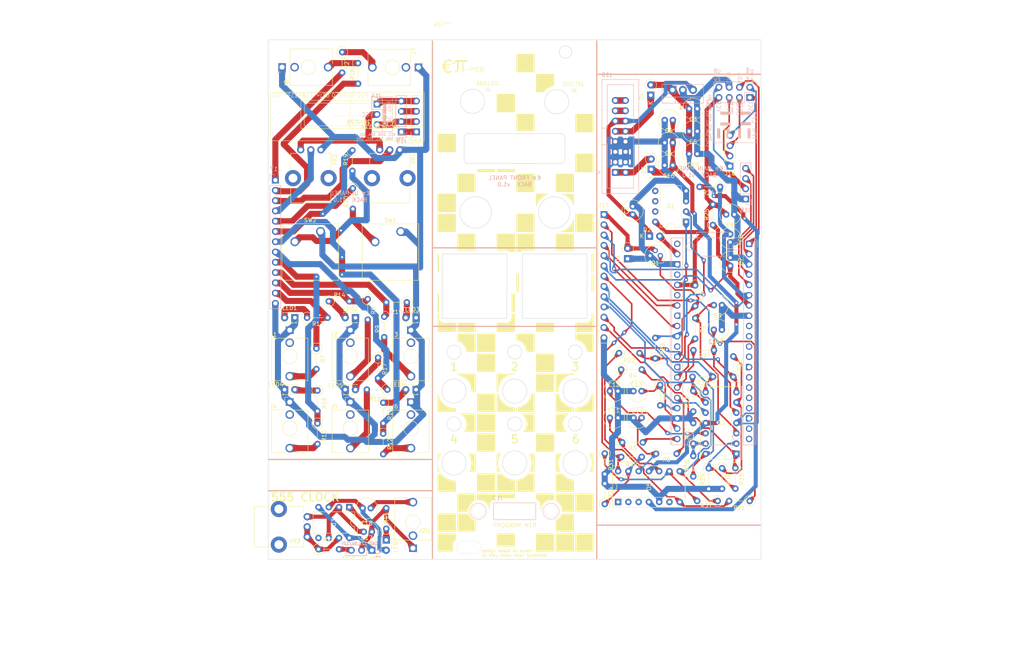
<source format=kicad_pcb>
(kicad_pcb (version 20221018) (generator pcbnew)
  (layers (0 "F.Cu" signal) (31 "B.Cu" signal) (34 "B.Paste" user) (35 "F.Paste" user) (36 "B.SilkS" user "B.Silkscreen") (37 "F.SilkS" user "F.Silkscreen") (38 "B.Mask" user) (39 "F.Mask" user) (44 "Edge.Cuts" user))
  (net 0 "")
  (net 1 "-12V")
  (net 2 "Net-(O3A-+)")
  (net 3 "Net-(O5C-+)")
  (net 4 "Net-(O3D-+)")
  (net 5 "Net-(O3C-+)")
  (net 6 "Net-(O5D-+)")
  (net 7 "Net-(D2-K)")
  (net 8 "Net-(D3-K)")
  (net 9 "Net-(D4-A)")
  (net 10 "Net-(J1-PadT)")
  (net 12 "Net-(J2-PadT)")
  (net 14 "Net-(J3-PadT)")
  (net 16 "Net-(J4-PadT)")
  (net 18 "Net-(J5-PadT)")
  (net 20 "Net-(J6-PadT)")
  (net 22 "Net-(J7-PadT)")
  (net 24 "Net-(J8-PadT)")
  (net 26 "Net-(LED1-A)")
  (net 27 "Net-(LED2-A)")
  (net 28 "Net-(LED3-A)")
  (net 29 "Net-(LED4-A)")
  (net 30 "Net-(LED5-A)")
  (net 31 "Net-(LED6-A)")
  (net 32 "GP26")
  (net 33 "Net-(O1A--)")
  (net 37 "Net-(O3A--)")
  (net 38 "Net-(O3B--)")
  (net 39 "Net-(O3C--)")
  (net 40 "Net-(O3D--)")
  (net 41 "Net-(O5-Pad7)")
  (net 42 "Net-(O5C--)")
  (net 43 "Net-(O5D--)")
  (net 44 "GP22")
  (net 45 "GP21")
  (net 46 "GP20")
  (net 47 "GP16")
  (net 48 "GP17")
  (net 49 "GP18")
  (net 50 "GP19")
  (net 51 "Net-(R19-Pad2)")
  (net 52 "Net-(R20-Pad2)")
  (net 67 "Net-(O3B-+)")
  (net 68 "CJD")
  (net 69 "CK1")
  (net 70 "CK2")
  (net 71 "CJ1")
  (net 72 "CJ2")
  (net 73 "CJ3")
  (net 74 "CJ4")
  (net 75 "CJ5")
  (net 76 "CJ6")
  (net 77 "CJA")
  (net 78 "CS2")
  (net 79 "CS1")
  (net 80 "I2C_VCC")
  (net 81 "TPH VCC {slash} CPC SDA")
  (net 82 "TPH GND {slash} CPC SCL")
  (net 83 "TPH SDA {slash} CPC VCC")
  (net 84 "TPH SCL {slash} CPC GND")
  (net 85 "I2C_GND")
  (net 86 "GP3")
  (net 87 "+5V")
  (net 88 "~")
  (net 89 "GP1")
  (net 90 "GP0")
  (net 91 "GP2")
  (net 92 "Net-(J10-Pin_13)")
  (net 93 "Net-(J10-Pin_15)")
  (net 94 "Net-(U3-THR)")
  (net 95 "Net-(LED7-K)")
  (net 96 "Net-(LED7-A)")
  (net 97 "Net-(U3-DIS)")
  (net 99 "Net-(C18-Pad1)")
  (footprint "Package_DIP:DIP-14_W7.62mm_Socket" (layer "F.Cu") (at 197.104 127.7874 180)
    (fp_text reference "O3")
    (fp_text value "TL074-1")
  )
  (footprint "Resistor_THT:R_Axial_DIN0207_L6.3mm_D2.5mm_P5.08mm_Vertical" (layer "F.Cu") (at 200.382352 139.4446 180)
    (fp_text reference "R21")
    (fp_text value "22K")
  )
  (footprint "Resistor_THT:R_Axial_DIN0207_L6.3mm_D2.5mm_P5.08mm_Vertical" (layer "F.Cu") (at 93.472 112.121 -90)
    (fp_text reference "R16")
    (fp_text value "4K7")
  )
  (footprint "Resistor_THT:R_Axial_DIN0207_L6.3mm_D2.5mm_P5.08mm_Vertical" (layer "F.Cu") (at 193.069 61.7474 180)
    (fp_text reference "R24")
    (fp_text value "10K")
  )
  (footprint "Resistor_THT:R_Axial_DIN0207_L6.3mm_D2.5mm_P5.08mm_Vertical" (layer "F.Cu") (at 177.239352 127.7606)
    (fp_text reference "R6")
    (fp_text value "1K")
  )
  (footprint "Resistor_THT:R_Axial_DIN0207_L6.3mm_D2.5mm_P5.08mm_Vertical" (layer "F.Cu") (at 108.458 103.993 -90)
    (fp_text reference "R17")
    (fp_text value "4K7")
  )
  (footprint "Resistor_THT:R_Axial_DIN0207_L6.3mm_D2.5mm_P5.08mm_Vertical" (layer "F.Cu") (at 102.235 62.112 -90)
    (fp_text reference "R20")
    (fp_text value "1K")
  )
  (footprint "Capacitor_THT:C_Radial_D5.0mm_H11.0mm_P2.00mm" (layer "F.Cu") (at 194.58 68.58)
    (fp_text reference "C1")
    (fp_text value "1uF")
  )
  (footprint "Connector_Audio:Jack_3.5mm_QingPu_WQP-PJ398SM_Vertical_CircularHoles" (layer "F.Cu") (at 84.720648 32.14 90)
    (fp_text reference "J8")
    (fp_text value "Analogue Input Jack")
  )
  (footprint "Resistor_THT:R_Axial_DIN0207_L6.3mm_D2.5mm_P5.08mm_Vertical" (layer "F.Cu") (at 110.49 146.304 90)
    (fp_text reference "R41")
    (fp_text value "1K")
  )
  (footprint "Resistor_THT:R_Axial_DIN0207_L6.3mm_D2.5mm_P5.08mm_Vertical" (layer "F.Cu") (at 193.548 131.3434 -90)
    (fp_text reference "R30")
    (fp_text value "100K")
  )
  (footprint "Connector_Audio:Jack_3.5mm_QingPu_WQP-PJ398SM_Vertical_CircularHoles" (layer "F.Cu") (at 86.614 114.974)
    (fp_text reference "J4")
    (fp_text value "Output 4 Jack")
  )
  (footprint "LED_THT:LED_D1.8mm_W3.3mm_H2.4mm" (layer "F.Cu") (at 117.872648 111.896 180)
    (fp_text reference "LED6")
    (fp_text value "LED")
  )
  (footprint "Resistor_THT:R_Axial_DIN0207_L6.3mm_D2.5mm_P5.08mm_Vertical" (layer "F.Cu") (at 186.915 86.1314 -90)
    (fp_text reference "R26")
    (fp_text value "10K")
  )
  (footprint "Resistor_THT:R_Axial_DIN0207_L6.3mm_D2.5mm_P5.08mm_Vertical" (layer "F.Cu") (at 168.066352 102.8686)
    (fp_text reference "R22")
    (fp_text value "22K")
  )
  (footprint "Package_DIP:DIP-8_W7.62mm" (layer "F.Cu") (at 101.346 140.97 -90)
    (fp_text reference "U3")
    (fp_text value "LM555xN")
  )
  (footprint "Resistor_THT:R_Axial_DIN0207_L6.3mm_D2.5mm_P5.08mm_Vertical" (layer "F.Cu") (at 90.903 94.116)
    (fp_text reference "R13")
    (fp_text value "4K7")
  )
  (footprint "Resistor_THT:R_Axial_DIN0207_L6.3mm_D2.5mm_P5.08mm_Vertical" (layer "F.Cu") (at 164.539352 127.7026 -90)
    (fp_text reference "R31")
    (fp_text value "100K")
  )
  (footprint "Diode_THT:D_A-405_P2.54mm_Vertical_KathodeUp" (layer "F.Cu") (at 175.598 73.9394)
    (fp_text reference "D2")
    (fp_text value "type=\"D\" model=\"DIODE\" lib=\"\"" hide)
  )
  (footprint "Capacitor_THT:C_Radial_D5.0mm_H11.0mm_P2.00mm" (layer "F.Cu") (at 179.372 56.4134)
    (fp_text reference "C16")
    (fp_text value "10uF")
  )
  (footprint "Resistor_THT:R_Axial_DIN0207_L6.3mm_D2.5mm_P5.08mm_Vertical" (layer "F.Cu") (at 110.773 111.896 180)
    (fp_text reference "R11")
    (fp_text value "1K")
  )
  (footprint "Capacitor_THT:C_Radial_D5.0mm_H11.0mm_P2.00mm" (layer "F.Cu") (at 185.399352 42.4166)
    (fp_text reference "C3")
    (fp_text value "100nF")
  )
  (footprint "Resistor_THT:R_Axial_DIN0207_L6.3mm_D2.5mm_P5.08mm_Vertical" (layer "F.Cu") (at 93.726 151.384)
    (fp_text reference "Rx1")
    (fp_text value "1K")
  )
  (footprint "Resistor_THT:R_Axial_DIN0207_L6.3mm_D2.5mm_P5.08mm_Vertical" (layer "F.Cu") (at 177.038 104.1944 90)
    (fp_text reference "R23")
    (fp_text value "22K")
  )
  (footprint "Potentiometer_THT:Potentiometer_Bourns_PTV09A-1_Single_Vertical" (layer "F.Cu") (at 90.932 143.336 180)
    (fp_text reference "VR3")
    (fp_text value "10K")
  )
  (footprint "Connector_Audio:Jack_3.5mm_QingPu_WQP-PJ398SM_Vertical_CircularHoles" (layer "F.Cu") (at 101.605824 97.194)
    (fp_text reference "J2")
    (fp_text value "Output 2 Jack")
  )
  (footprint "Package_DIP:DIP-8_W7.62mm" (layer "F.Cu") (at 184.658 70.3834 180)
    (fp_text reference "O1")
    (fp_text value "MCP6002")
  )
  (footprint "Resistor_THT:R_Axial_DIN0207_L6.3mm_D2.5mm_P5.08mm_Vertical" (layer "F.Cu") (at 109.739648 115.14 -90)
    (fp_text reference "R18")
    (fp_text value "4K7")
  )
  (footprint "Resistor_THT:R_Axial_DIN0207_L6.3mm_D2.5mm_P5.08mm_Vertical" (layer "F.Cu") (at 190.246 131.3724 -90)
    (fp_text reference "R29")
    (fp_text value "100K")
  )
  (footprint "Capacitor_THT:C_Radial_D5.0mm_H11.0mm_P2.00mm" (layer "F.Cu") (at 165.809352 118.8706)
    (fp_text reference "C11")
    (fp_text value "100nF")
  )
  (footprint "Button_Switch_Keyboard:SW_Cherry_MX_1.00u_PCB" (layer "F.Cu") (at 94.234 72.78)
    (fp_text reference "SW2")
    (fp_text value "SW_Push")
  )
  (footprint "Capacitor_THT:C_Radial_D5.0mm_H11.0mm_P2.00mm" (layer "F.Cu") (at 173.651352 118.8706 180)
    (fp_text reference "C14")
    (fp_text value "100nF")
  )
  (footprint "Diode_THT:D_A-405_P2.54mm_Vertical_KathodeUp" (layer "F.Cu") (at 176.022 57.404 90)
    (fp_text reference "D3")
    (fp_text value "type=\"D\" model=\"DIODE\" lib=\"\"")
  )
  (footprint "Resistor_THT:R_Axial_DIN0207_L6.3mm_D2.5mm_P5.08mm_Vertical" (layer "F.Cu") (at 192.479352 139.4446 180)
    (fp_text reference "R37")
    (fp_text value "220K")
  )
  (footprint "Diode_THT:D_A-405_P2.54mm_Vertical_KathodeUp" (layer "F.Cu") (at 170.18 79.5274 90)
    (fp_text reference "D1")
    (fp_text value "type=\"D\" model=\"DIODE\" lib=\"\"")
  )
  (footprint "Resistor_THT:R_Axial_DIN0207_L6.3mm_D2.5mm_P5.08mm_Vertical" (layer "F.Cu") (at 186.915 94.2304 -90)
    (fp_text reference "R1")
    (fp_text value "1K")
  )
  (footprint "Resistor_THT:R_Axial_DIN0207_L6.3mm_D2.5mm_P5.08mm_Vertical" (layer "F.Cu") (at 102.119648 52.714 -90)
    (fp_text reference "R19")
    (fp_text value "1K")
  )
  (footprint "Connector_Audio:Jack_3.5mm_QingPu_WQP-PJ398SM_Vertical_CircularHoles" (layer "F.Cu") (at 118.461 32.1908 -90)
    (fp_text reference "J7")
    (fp_text value "Digital Input Jack")
  )
  (footprint "Diode_THT:D_A-405_P2.54mm_Vertical_KathodeUp" (layer "F.Cu") (at 175.913352 39.069 90)
    (fp_text reference "D4")
    (fp_text value "type=\"D\" model=\"DIODE\" lib=\"\"")
  )
  (footprint "Capacitor_THT:C_Radial_D5.0mm_H11.0mm_P2.00mm" (layer "F.Cu") (at 171.45 68.5894 90)
    (fp_text reference "C2")
    (fp_text value "1uF")
  )
  (footprint "Capacitor_THT:C_Radial_D5.0mm_H11.0mm_P2.00mm" (layer "F.Cu") (at 106.648 141.224 180)
    (fp_text reference "C18")
    (fp_text value "10uF")
  )
  (footprint "Connector_Audio:Jack_3.5mm_QingPu_WQP-PJ398SM_Vertical_CircularHoles" (layer "F.Cu") (at 86.614 97.194)
    (fp_text reference "J1")
    (fp_text value "Output 1 Jack")
  )
  (footprint "Capacitor_THT:C_Radial_D5.0mm_H11.0mm_P2.00mm" (layer "F.Cu") (at 185.399352 48.0046)
    (fp_text reference "C5")
    (fp_text value "100nF")
  )
  (footprint "Resistor_THT:R_Axial_DIN0207_L6.3mm_D2.5mm_P5.08mm_Vertical" (layer "F.Cu") (at 178.255352 110.7136 -90)
    (fp_text reference "R5")
    (fp_text value "1K")
  )
  (footprint "Connector_Audio:Jack_3.5mm_QingPu_WQP-PJ398SM_Vertical_CircularHoles" (layer "F.Cu") (at 117.094 151.13 180)
    (fp_text reference "J20")
    (fp_text value "Output 5 Jack")
  )
  (footprint "Connector_PinSocket_2.54mm:PinSocket_1x13_P2.54mm_Vertical" (layer "F.Cu") (at 164.338 68.58)
    (fp_text reference "J11")
    (fp_text value "Conn_01x13_Socket")
  )
  (footprint "LED_THT:LED_D1.8mm_W3.3mm_H2.4mm" (layer "F.Cu") (at 100.330824 111.896)
    (fp_text reference "LED5")
    (fp_text value "LED")
  )
  (footprint "Capacitor_THT:C_Radial_D5.0mm_H11.0mm_P2.00mm" (layer "F.Cu") (at 165.793352 112.2666)
    (fp_text reference "C12")
    (fp_text value "100nF")
  )
  (footprint "Connector_Audio:Jack_3.5mm_QingPu_WQP-PJ398SM_Vertical_CircularHoles" (layer "F.Cu") (at 116.597648 97.194)
    (fp_text reference "J3")
    (fp_text value "Output 3 Jack")
  )
  (footprint "Resistor_THT:R_Axial_DIN0207_L6.3mm_D2.5mm_P5.08mm_Vertical" (layer "F.Cu") (at 186.436 125.2474 90)
    (fp_text reference "R32")
    (fp_text value "100K")
  )
  (footprint "LED_THT:LED_D1.8mm_W3.3mm_H2.4mm" (layer "F.Cu") (at 110.49 149.093 -90)
    (fp_text reference "LED7")
    (fp_text value "LED")
  )
  (footprint "Resistor_THT:R_Axial_DIN0207_L6.3mm_D2.5mm_P5.08mm_Vertical" (layer "F.Cu") (at 105.918 89.515 -90)
    (fp_text reference "R8")
    (fp_text value "1K")
  )
  (footprint "Resistor_THT:R_Axial_DIN0207_L6.3mm_D2.5mm_P5.08mm_Vertical" (layer "F.Cu") (at 103.516648 31.142 -90)
    (fp_text reference "R28")
    (fp_text value "100K")
  )
  (footprint "Resistor_THT:R_Axial_DIN0207_L6.3mm_D2.5mm_P5.08mm_Vertical" (layer "F.Cu") (at 93.472 120.278 -90)
    (fp_text reference "R10")
    (fp_text value "1K")
  )
  (footprint "Package_DIP:DIP-14_W7.62mm_Socket" (layer "F.Cu") (at 167.841352 139.6986 90)
    (fp_text reference "O5")
    (fp_text value "TL074-2")
  )
  (footprint "Resistor_THT:R_Axial_DIN0207_L6.3mm_D2.5mm_P5.08mm_Vertical" (layer "F.Cu") (at 191.545 102.1334 180)
    (fp_text reference "R2")
    (fp_text value "1K")
  )
  (footprint "Capacitor_THT:C_Radial_D5.0mm_H11.0mm_P2.00mm" (layer "F.Cu") (at 179.372 50.8254)
    (fp_text reference "C4")
    (fp_text value "100nF")
  )
  (footprint "Library:PCB-eurorack-front-128.5x40.3" (layer "F.Cu") (at 121.92 25.4)
    (fp_text reference "REF**")
    (fp_text value "PCB-eurorack-front-128.5x40.3")
    (fp_line (start 7.366 123.952) (end 10.414 123.952) (stroke (width 0.05)) (layer "Edge.Cuts"))
    (fp_line (start 10.541 127) (end 7.366 127) (stroke (width 0.05)) (layer "Edge.Cuts"))
    (fp_arc (start 7.366 126.999999) (mid 5.963718 125.476) (end 7.366 123.952001) (stroke (width 0.05)) (layer "Edge.Cuts"))
    (fp_arc (start 10.414 123.952001) (mid 12.06896 125.412445) (end 10.541 127.005282) (stroke (width 0.05)) (layer "Edge.Cuts"))
    (fp_circle (center 32.9 3) (end 34.45 3) (stroke (width 0.1)) (fill none) (layer "Edge.Cuts"))
  )
  (footprint "Connector_PinSocket_2.54mm:PinSocket_1x04_P2.54mm_Vertical" (layer "F.Cu") (at 195.5165 56.642 180)
    (fp_text reference "J18")
    (fp_text value "Conn_01x04_Pin")
  )
  (footprint "Package_TO_SOT_THT:TO-92" (layer "F.Cu") (at 175.748 78.7654)
    (fp_text reference "Q1")
    (fp_text value "2N2222")
  )
  (footprint "Button_Switch_Keyboard:SW_Cherry_MX_1.00u_PCB" (layer "F.Cu") (at 114.0714 72.8054)
    (fp_text reference "SW1")
    (fp_text value "SW_Push")
  )
  (footprint "Resistor_THT:R_Axial_DIN0207_L6.3mm_D2.5mm_P5.08mm_Vertical" (layer "F.Cu") (at 99.579648 28.428 -90)
    (fp_text reference "R27")
    (fp_text value "100K")
  )
  (footprint "Connector_Audio:Jack_3.5mm_QingPu_WQP-PJ398SM_Vertical_CircularHoles" (layer "F.Cu") (at 101.605824 114.974)
    (fp_text reference "J5")
    (fp_text value "Output 5 Jack")
  )
  (footprint "Resistor_THT:R_Axial_DIN0207_L6.3mm_D2.5mm_P5.08mm_Vertical" (layer "F.Cu") (at 196.342 108.7664 90)
    (fp_text reference "R36")
    (fp_text value "220K")
  )
  (footprint "Resistor_THT:R_Axial_DIN0207_L6.3mm_D2.5mm_P5.08mm_Vertical" (layer "F.Cu") (at 191.291 71.1744 90)
    (fp_text reference "R25")
    (fp_text value "10K")
  )
  (footprint "Capacitor_THT:C_Radial_D5.0mm_H11.0mm_P2.00mm" (layer "F.Cu") (at 191.516 97.090701)
    (fp_text reference "C10")
    (fp_text value "100nF")
  )
  (footprint "Resistor_THT:R_Axial_DIN0207_L6.3mm_D2.5mm_P5.08mm_Vertical" (layer "F.Cu") (at 109.982 93.862 -90)
    (fp_text reference "R9")
    (fp_text value "1K")
  )
  (footprint "Capacitor_THT:C_Radial_D5.0mm_H11.0mm_P2.00mm" (layer "F.Cu") (at 173.635352 112.2666 180)
    (fp_text reference "C13")
    (fp_text value "100nF")
  )
  (footprint "Resistor_THT:R_Axial_DIN0207_L6.3mm_D2.5mm_P5.08mm_Vertical" (layer "F.Cu") (at 93.218 101.736 -90)
    (fp_text reference "R7")
    (fp_text value "1K")
  )
  (footprint "Capacitor_THT:C_Radial_D5.0mm_H11.0mm_P2.00mm" (layer "F.Cu") (at 195.58 81.28 90)
    (fp_text reference "C7")
    (fp_text value "100nF")
  )
  (footprint "Resistor_THT:R_Axial_DIN0207_L6.3mm_D2.5mm_P5.08mm_Vertical" (layer "F.Cu") (at 164.539352 140.2066 90)
    (fp_text reference "R34")
    (fp_text value "100K")
  )
  (footprint "Potentiometer_THT:Potentiometer_Bourns_PTV09A-1_Single_Vertical" (layer "F.Cu") (at 108.8594 52.5974 -90)
    (fp_text reference "VR1")
    (fp_text value "KNOB 1")
  )
  (footprint "Capacitor_THT:C_Radial_D5.0mm_H11.0mm_P2.00mm" (layer "F.Cu") (at 185.399352 53.5926)
    (fp_text reference "C15")
    (fp_text value "10uF")
  )
  (footprint "LED_THT:LED_D1.8mm_W3.3mm_H2.4mm" (layer "F.Cu") (at 102.880824 94.116 180)
    (fp_text reference "LED2")
    (fp_text value "LED")
  )
  (footprint "Potentiometer_THT:Potentiometer_Bourns_PTV09A-1_Single_Vertical" (layer "F.Cu") (at 89.332648 52.587 -90)
    (fp_text reference "VR2")
    (fp_text value "KNOB 2")
  )
  (footprint "Resistor_THT:R_Axial_DIN0207_L6.3mm_D2.5mm_P5.08mm_Vertical" (layer "F.Cu") (at 168.857352 124.9666)
    (fp_text reference "R3")
    (fp_text value "1K")
  )
  (footprint "Resistor_THT:R_Axial_DIN0207_L6.3mm_D2.5mm_P5.08mm_Vertical" (layer "F.Cu") (at 168.603352 106.9326)
    (fp_text reference "R4")
    (fp_text value "1K")
  )
  (footprint "Resistor_THT:R_Axial_DIN0207_L6.3mm_D2.5mm_P5.08mm_Vertical" (layer "F.Cu") (at 191.32 108.7084 180)
    (fp_text reference "R39")
    (fp_text value "220K")
  )
  (footprint "LED_THT:LED_D1.8mm_W3.3mm_H2.4mm" (layer "F.Cu") (at 85.339 111.896)
    (fp_text reference "LED4")
    (fp_text value "LED")
  )
  (footprint "Library:LCD_OLED_0.91in_128x32px_I2C" (layer "F.Cu") (at 117.9576 48.142 180)
    (fp_text reference "J12")
    (fp_text value "OLED 64x128")
  )
  (footprint "Capacitor_THT:C_Radial_D5.0mm_H11.0mm_P2.00mm" (layer "F.Cu") (at 191.516 90.994701)
    (fp_text reference "C9")
    (fp_text value "100nF")
  )
  (footprint "Capacitor_THT:C_Radial_D5.0mm_H11.0mm_P2.00mm" (layer "F.Cu") (at 106.934 147.066 180)
    (fp_text reference "C17")
    (fp_text value "1uF")
  )
  (footprint "Resistor_THT:R_Axial_DIN0207_L6.3mm_D2.5mm_P5.08mm_Vertical" (layer "F.Cu") (at 168.603352 128.5516)
    (fp_text reference "R40")
    (fp_text value "220K")
  )
  (footprint "Connector_Audio:Jack_3.5mm_QingPu_WQP-PJ398SM_Vertical_CircularHoles" (layer "F.Cu") (at 116.597648 114.974)
    (fp_text reference "J6")
    (fp_text value "Output 6 Jack")
  )
  (footprint "LED_THT:LED_D1.8mm_W3.3mm_H2.4mm" (layer "F.Cu") (at 117.872648 94.116 180)
    (fp_text reference "LED3")
    (fp_text value "LED")
  )
  (footprint "Resistor_THT:R_Axial_DIN0207_L6.3mm_D2.5mm_P5.08mm_Vertical" (layer "F.Cu") (at 109.739648 122.789 -90)
    (fp_text reference "R12")
    (fp_text value "1K")
  )
  (footprint "Resistor_THT:R_Axial_DIN0207_L6.3mm_D2.5mm_P5.08mm_Vertical" (layer "F.Cu") (at 186.436 133.3754 90)
    (fp_text reference "R38")
    (fp_text value "220K")
  )
  (footprint "Resistor_THT:R_Axial_DIN0207_L6.3mm_D2.5mm_P5.08mm_Vertical" (layer "F.Cu") (at 196.85 131.3144 -90)
    (fp_text reference "R35")
    (fp_text value "220K")
  )
  (footprint "Resistor_THT:R_Axial_DIN0207_L6.3mm_D2.5mm_P5.08mm_Vertical" (layer "F.Cu") (at 96.266 90.052)
    (fp_text reference "R14")
    (fp_text value "4K7")
  )
  (footprint "Capacitor_THT:C_Radial_D5.0mm_H11.0mm_P2.00mm" (layer "F.Cu") (at 195.58 73.438 -90)
    (fp_text reference "C8")
    (fp_text value "100nF")
  )
  (footprint "LED_THT:LED_D1.8mm_W3.3mm_H2.4mm" (layer "F.Cu") (at 87.889 94.116 180)
    (fp_text reference "LED1")
    (fp_text value "LED")
  )
  (footprint "Resistor_THT:R_Axial_DIN0207_L6.3mm_D2.5mm_P5.08mm_Vertical" (layer "F.Cu") (at 115.581648 90.306 180)
    (fp_text reference "R15")
    (fp_text value "4K7")
  )
  (footprint "Capacitor_THT:C_Radial_D5.0mm_H11.0mm_P2.00mm" (layer "F.Cu") (at 179.372 45.2374)
    (fp_text reference "C6")
    (fp_text value "100nF")
  )
  (footprint "Resistor_THT:R_Axial_DIN0207_L6.3mm_D2.5mm_P5.08mm_Vertical" (layer "F.Cu") (at 186.436 112.2354 -90)
    (fp_text reference "R33")
    (fp_text value "100K")
  )
  (footprint "Library:OLED_switch_TPH-CPC_VCC+3v" (layer "B.Cu") (at 108.204 41.284 180)
    (fp_text reference "J14")
    (fp_text value "Conn_01x03_Pin")
  )
  (footprint "Library:USBmicroB_panelMount" (layer "B.Cu") (at 142.2455 141.986 180)
    (fp_text reference "J13")
    (fp_text value "USB_B_Micro")
    (fp_line (start -5.08 -0.889) (end -5.08 0.93258) (stroke (width 0.05)) (layer "Edge.Cuts"))
    (fp_line (start -3.98058 2.032) (end 4.048593 2.032) (stroke (width 0.05)) (layer "Edge.Cuts"))
    (fp_line (start 4.048593 -1.98842) (end -3.98058 -1.98842) (stroke (width 0.05)) (layer "Edge.Cuts"))
    (fp_line (start 5.148013 0.93258) (end 5.148013 -0.889) (stroke (width 0.05)) (layer "Edge.Cuts"))
    (fp_arc (start -5.08 -0.889) (mid -4.757987 -1.666407) (end -3.98058 -1.98842) (stroke (width 0.05)) (layer "Edge.Cuts"))
    (fp_arc (start -3.98058 2.032) (mid -4.757987 1.709987) (end -5.08 0.93258) (stroke (width 0.05)) (layer "Edge.Cuts"))
    (fp_arc (start 4.048593 -1.98842) (mid 4.826005 -1.66641) (end 5.148013 -0.889) (stroke (width 0.05)) (layer "Edge.Cuts"))
    (fp_arc (start 5.148013 0.93258) (mid 4.826007 1.709998) (end 4.048593 2.032) (stroke (width 0.05)) (layer "Edge.Cuts"))
    (fp_circle (center -9 0) (end -7.45 0) (stroke (width 0.05)) (fill none) (layer "Edge.Cuts"))
    (fp_circle (center 9 0) (end 10.55 0) (stroke (width 0.05)) (fill none) (layer "Edge.Cuts"))
  )
  (footprint "Library:OLED_switch_TPH-CPC" (layer "B.Cu") (at 200.406 39.6494 90)
    (fp_text reference "J16" hide)
    (fp_text value "Conn_02x04_Top_Bottom")
  )
  (footprint "Connector_PinSocket_2.54mm:PinSocket_1x04_P2.54mm_Vertical" (layer "B.Cu") (at 199.39 64.77)
    (fp_text reference "J15")
    (fp_text value "Conn_01x04_Pin")
  )
  (footprint "Library:RaspberryPi_Pico_Common_THT-minimal_courtyard_assumed_mounted_high" (layer "B.Cu") (at 191.356 99.9714 180)
    (fp_text reference "U2")
    (fp_text value "PICO_RP2040")
  )
  (footprint "Connector_PinSocket_2.54mm:PinSocket_1x03_P2.54mm_Vertical" (layer "B.Cu") (at 106.934 151.638 90)
    (fp_text reference "J21")
    (fp_text value "Conn_01x03_Pin")
  )
  (footprint "Connector_PinSocket_2.54mm:PinSocket_1x04_P2.54mm_Vertical" (layer "B.Cu") (at 114.2115 48.142)
    (fp_text reference "J19")
    (fp_text value "Conn_01x04_Socket")
  )
  (footprint "Connector_PinSocket_2.54mm:PinSocket_1x13_P2.54mm_Vertical" (layer "B.Cu") (at 83.058 60.08 180)
    (fp_text reference "J17")
    (fp_text value "Conn_01x13_Pin")
  )
  (footprint "Library:IDC-Header_euroRack-2x08_and_2x05_P2.54mm_Vertical" (layer "B.Cu") (at 167.132 58.166)
    (fp_text reference "J10")
    (fp_text value "Eurorack Power 2x8 16p")
  )
  (footprint "Package_TO_SOT_THT:TO-220-3_Vertical" (layer "B.Cu") (at 181.303352 37.7736)
    (fp_text reference "U1")
    (fp_text value "L7805")
  )
  (gr_line (start 81.28 136.915) (end 121.7168 136.915) (stroke (width 0.3)) (layer "B.SilkS"))
  (gr_line (start 162.56 25.665) (end 162.56 153.67) (stroke (width 0.3)) (layer "B.SilkS"))
  (gr_line (start 121.92 25.665) (end 121.92 153.67) (stroke (width 0.3)) (layer "B.SilkS"))
  (gr_line (start 81.3816 129.179) (end 121.8184 129.179) (stroke (width 0.3)) (layer "B.SilkS"))
  (gr_line (start 162.56 33.909) (end 203.073 33.909) (stroke (width 0.3)) (layer "B.SilkS"))
  (gr_line (start 122.1105 76.835) (end 162.6235 76.835) (stroke (width 0.3)) (layer "B.SilkS"))
  (gr_line (start 121.92 96.266) (end 162.433 96.266) (stroke (width 0.3)) (layer "B.SilkS"))
  (gr_line (start 162.56 145.415) (end 202.9968 145.415) (stroke (width 0.3)) (layer "B.SilkS"))
  (gr_poly (pts (xy 147.185123 63.044) (xy 142.666019 63.044) (xy 142.666019 58.524377) (xy 147.185123 58.524377)) (fill solid) (layer "F.SilkS"))
  (gr_poly (pts (xy 142.321339 77.86738) (xy 141.068188 77.86738) (xy 140.980566 77.802305) (xy 140.887601 77.744172) (xy 140.789858 77.692717) (xy 140.687902 77.647675) (xy 140.582296 77.608783) (xy 140.473605 77.575776) (xy 140.362393 77.548391) (xy 140.249224 77.526363) (xy 140.134663 77.509429) (xy 140.019275 77.497324) (xy 139.903623 77.489784) (xy 139.788271 77.486547) (xy 139.673785 77.487347) (xy 139.560728 77.49192) (xy 139.449665 77.500003) (xy 139.34116 77.511331) (xy 137.80172 77.511331) (xy 137.80172 73.347757) (xy 142.321339 73.347757)) (fill solid) (layer "F.SilkS"))
  (gr_poly (pts (xy 137.457035 102.573358) (xy 132.937416 102.573358) (xy 132.937416 98.054254) (xy 137.457035 98.054254)) (fill solid) (layer "F.SilkS"))
  (gr_poly (pts (xy 150.453648 63.573326) (xy 150.176992 63.698864) (xy 149.908682 63.841471) (xy 149.649485 64.000327) (xy 149.400171 64.174614) (xy 149.161509 64.363511) (xy 148.934266 64.5662) (xy 148.719212 64.78186) (xy 148.517115 65.009672) (xy 148.328743 65.248818) (xy 148.154867 65.498477) (xy 147.996253 65.75783) (xy 147.853672 66.026058) (xy 147.72789 66.302341) (xy 147.619678 66.58586) (xy 147.529804 66.875795) (xy 147.529804 63.465677) (xy 150.737881 63.465677)) (fill solid) (layer "F.SilkS"))
  (gr_poly (pts (xy 123.537743 90.432285) (xy 123.55246 92.691278) (xy 123.209328 92.691278) (xy 123.209328 88.171655) (xy 123.53334 88.171655)) (fill solid) (layer "F.SilkS"))
  (gr_poly (pts (xy 127.728947 53.161439) (xy 123.209328 53.161439) (xy 123.209328 48.641809) (xy 127.728947 48.641809)) (fill solid) (layer "F.SilkS"))
  (gr_poly (pts (xy 147.185123 102.573343) (xy 145.187313 102.573343) (xy 145.181035 102.457778) (xy 145.170341 102.342417) (xy 145.155292 102.227425) (xy 145.135946 102.112968) (xy 145.112363 101.999208) (xy 145.084601 101.886311) (xy 145.052721 101.774442) (xy 145.016781 101.663765) (xy 144.976841 101.554445) (xy 144.932959 101.446646) (xy 144.885195 101.340533) (xy 144.833609 101.236271) (xy 144.778258 101.134024) (xy 144.719204 101.033957) (xy 144.656504 100.936234) (xy 144.590219 100.84102) (xy 144.520406 100.74848) (xy 144.447126 100.658778) (xy 144.370438 100.572079) (xy 144.290401 100.488547) (xy 144.207074 100.408347) (xy 144.120516 100.331644) (xy 144.030787 100.258603) (xy 143.937945 100.189387) (xy 143.842051 100.124162) (xy 143.743163 100.063091) (xy 143.641341 100.006341) (xy 143.536643 99.954075) (xy 143.429129 99.906458) (xy 143.318858 99.863654) (xy 143.205889 99.825828) (xy 143.090282 99.793146) (xy 143.038245 99.778447) (xy 142.985842 99.765257) (xy 142.933114 99.753482) (xy 142.880102 99.743028) (xy 142.826846 99.733801) (xy 142.773387 99.725708) (xy 142.719764 99.718655) (xy 142.666019 99.712549) (xy 142.666019 98.054254) (xy 147.185123 98.054239)) (fill solid) (layer "F.SilkS"))
  (gr_poly (pts (xy 130.930653 142.578811) (xy 130.946689 142.632403) (xy 130.963974 142.685676) (xy 130.982535 142.738601) (xy 131.002398 142.791153) (xy 131.023588 142.843303) (xy 131.046132 142.895026) (xy 131.070056 142.946292) (xy 131.095387 142.997076) (xy 131.122149 143.047351) (xy 131.15037 143.097088) (xy 131.180076 143.146261) (xy 131.211292 143.194843) (xy 131.244045 143.242807) (xy 131.278361 143.290125) (xy 131.314266 143.33677) (xy 131.37344 143.425205) (xy 131.436083 143.509597) (xy 131.502044 143.589979) (xy 131.571172 143.666382) (xy 131.643315 143.73884) (xy 131.718323 143.807383) (xy 131.796045 143.872044) (xy 131.87633 143.932853) (xy 131.959026 143.989844) (xy 132.043983 144.043048) (xy 132.13105 144.092496) (xy 132.220075 144.138221) (xy 132.310908 144.180255) (xy 132.403398 144.218628) (xy 132.497393 144.253374) (xy 132.592743 144.284524) (xy 132.592743 147.044549) (xy 128.073639 147.044549) (xy 128.073639 142.524927) (xy 130.91584 142.524927)) (fill solid) (layer "F.SilkS"))
  (gr_poly (pts (xy 137.457043 122.338052) (xy 132.937424 122.338052) (xy 132.937424 117.818948) (xy 137.457043 117.818948)) (fill solid) (layer "F.SilkS"))
  (gr_poly (pts (xy 132.592735 98.054285) (xy 132.592735 102.573388) (xy 130.301918 102.573388) (xy 130.290276 102.463075) (xy 130.274647 102.353147) (xy 130.231643 102.135028) (xy 130.173327 101.920186) (xy 130.100119 101.709777) (xy 130.01244 101.504956) (xy 129.91071 101.30688) (xy 129.795349 101.116704) (xy 129.73269 101.02494) (xy 129.66678 100.935585) (xy 129.597673 100.848782) (xy 129.525422 100.764676) (xy 129.450078 100.683412) (xy 129.371695 100.605135) (xy 129.290325 100.529988) (xy 129.206021 100.458117) (xy 129.118835 100.389665) (xy 129.02882 100.324777) (xy 128.936028 100.263598) (xy 128.840512 100.206272) (xy 128.742325 100.152943) (xy 128.641519 100.103756) (xy 128.538147 100.058856) (xy 128.432261 100.018386) (xy 128.323913 99.982492) (xy 128.213158 99.951318) (xy 128.195892 99.946384) (xy 128.178548 99.941815) (xy 128.16114 99.93754) (xy 128.143682 99.933494) (xy 128.073631 99.918222) (xy 128.073631 98.054254)) (fill solid) (layer "F.SilkS"))
  (gr_poly (pts (xy 147.185139 137.161935) (xy 142.666035 137.161935) (xy 142.666035 134.211221) (xy 142.776592 134.202604) (xy 142.886878 134.190982) (xy 142.996823 134.176314) (xy 143.106355 134.158559) (xy 143.215403 134.137673) (xy 143.323895 134.113614) (xy 143.431759 134.086342) (xy 143.538926 134.055812) (xy 143.645323 134.021985) (xy 143.750879 133.984816) (xy 143.855524 133.944265) (xy 143.959184 133.900289) (xy 144.061791 133.852846) (xy 144.163271 133.801894) (xy 144.263553 133.747391) (xy 144.362568 133.689294) (xy 144.450525 133.638906) (xy 144.536695 133.586222) (xy 144.621075 133.531307) (xy 144.70366 133.47422) (xy 144.784449 133.415025) (xy 144.863439 133.353782) (xy 144.940626 133.290553) (xy 145.016007 133.2254) (xy 145.08958 133.158386) (xy 145.161342 133.089571) (xy 145.231289 133.019017) (xy 145.299419 132.946786) (xy 145.365729 132.87294) (xy 145.430216 132.79754) (xy 145.492876 132.720649) (xy 145.553707 132.642328) (xy 147.185139 132.642313)) (fill solid) (layer "F.SilkS"))
  (gr_poly (pts (xy 152.049435 127.279352) (xy 147.529812 127.279352) (xy 147.529812 122.760248) (xy 152.049435 122.760248)) (fill solid) (layer "F.SilkS"))
  (gr_poly (pts (xy 152.049427 33.818437) (xy 152.049427 36.819284) (xy 151.859995 36.85275) (xy 151.67321 36.895761) (xy 151.489319 36.948025) (xy 151.308572 37.009253) (xy 151.131218 37.079155) (xy 150.957505 37.15744) (xy 150.787683 37.243818) (xy 150.622 37.338) (xy 150.460705 37.439694) (xy 150.304047 37.548611) (xy 150.152276 37.66446) (xy 150.00564 37.786951) (xy 149.864387 37.915794) (xy 149.728767 38.050699) (xy 149.599029 38.191376) (xy 149.475422 38.337533) (xy 147.529804 38.337533) (xy 147.529804 33.818429)) (fill solid) (layer "F.SilkS"))
  (gr_poly (pts (xy 127.728943 72.92608) (xy 123.209324 72.92608) (xy 123.209324 68.406976) (xy 127.728943 68.406976)) (fill solid) (layer "F.SilkS"))
  (gr_poly (pts (xy 156.913723 66.555406) (xy 156.814757 66.288948) (xy 156.699886 66.029522) (xy 156.569805 65.777719) (xy 156.425206 65.534126) (xy 156.266783 65.299331) (xy 156.09523 65.073925) (xy 155.911239 64.858494) (xy 155.715504 64.653629) (xy 155.508718 64.459917) (xy 155.291575 64.277947) (xy 155.064768 64.108308) (xy 154.82899 63.951588) (xy 154.584935 63.808377) (xy 154.333296 63.679262) (xy 154.074766 63.564832) (xy 153.810039 63.465677) (xy 156.913723 63.465677)) (fill solid) (layer "F.SilkS"))
  (gr_poly (pts (xy 147.185123 73.347765) (xy 147.185123 77.511331) (xy 144.352741 77.511331) (xy 144.31009 77.52517) (xy 144.268113 77.540302) (xy 144.226814 77.55669) (xy 144.186199 77.574298) (xy 144.146272 77.593088) (xy 144.107038 77.613025) (xy 144.0685 77.634071) (xy 144.030665 77.65619) (xy 143.993537 77.679346) (xy 143.957119 77.703502) (xy 143.921418 77.72862) (xy 143.886437 77.754665) (xy 143.852181 77.781601) (xy 143.818655 77.809389) (xy 143.785863 77.837994) (xy 143.753811 77.86738) (xy 142.666019 77.86738) (xy 142.666019 73.347757)) (fill solid) (layer "F.SilkS"))
  (gr_poly (pts (xy 132.592735 63.044) (xy 128.073631 63.044) (xy 128.073631 58.524377) (xy 132.592735 58.524377)) (fill solid) (layer "F.SilkS"))
  (gr_line (start 81.3816 129.168) (end 121.8184 129.168) (stroke (width 0.3)) (layer "F.SilkS"))
  (gr_poly (pts (xy 147.185123 43.700563) (xy 147.185123 47.915292) (xy 142.666019 47.91369) (xy 142.666019 43.700509)) (fill solid) (layer "F.SilkS"))
  (gr_poly (pts (xy 142.321339 43.278833) (xy 137.801716 43.278833) (xy 137.801716 38.759729) (xy 142.321339 38.759729)) (fill solid) (layer "F.SilkS"))
  (gr_poly (pts (xy 132.592731 112.455972) (xy 131.579872 112.455972) (xy 131.582657 112.282192) (xy 131.578523 112.108567) (xy 131.56739 111.935381) (xy 131.549176 111.76292) (xy 131.5238 111.591472) (xy 131.491182 111.42132) (xy 131.451242 111.252752) (xy 131.403898 111.086053) (xy 131.349069 110.92151) (xy 131.286675 110.759407) (xy 131.216635 110.600031) (xy 131.138868 110.443667) (xy 131.053294 110.290603) (xy 130.959831 110.141122) (xy 130.858399 109.995512) (xy 130.748917 109.854059) (xy 130.625556 109.697007) (xy 130.49433 109.547154) (xy 130.355671 109.404621) (xy 130.210013 109.269532) (xy 130.057788 109.142009) (xy 129.899428 109.022176) (xy 129.735367 108.910154) (xy 129.566036 108.806068) (xy 129.391869 108.71004) (xy 129.213299 108.622192) (xy 129.030757 108.542648) (xy 128.844677 108.47153) (xy 128.655491 108.408962) (xy 128.463633 108.355066) (xy 128.269534 108.309965) (xy 128.073627 108.273782) (xy 128.073627 107.936349) (xy 132.592731 107.936349)) (fill solid) (layer "F.SilkS"))
  (gr_line (start 162.56 25.654) (end 162.56 153.659) (stroke (width 0.3)) (layer "F.SilkS"))
  (gr_poly (pts (xy 142.321339 93.112985) (xy 142.321339 97.632089) (xy 137.801716 97.632089) (xy 137.801716 95.364007) (xy 139.169295 95.354886) (xy 140.535915 95.3397) (xy 140.62329 95.31052) (xy 140.705579 95.276876) (xy 140.782923 95.238954) (xy 140.855465 95.19694) (xy 140.923347 95.15102) (xy 140.986709 95.101378) (xy 141.045695 95.048201) (xy 141.100447 94.991675) (xy 141.151106 94.931984) (xy 141.197813 94.869316) (xy 141.240712 94.803855) (xy 141.279944 94.735787) (xy 141.315651 94.665298) (xy 141.347975 94.592574) (xy 141.403042 94.441162) (xy 141.446279 94.283036) (xy 141.478824 94.119682) (xy 141.50181 93.952585) (xy 141.516374 93.783231) (xy 141.523652 93.613106) (xy 141.524778 93.443694) (xy 141.520888 93.276482) (xy 141.513119 93.112955)) (fill solid) (layer "F.SilkS"))
  (gr_poly (pts (xy 156.913731 72.926073) (xy 153.256588 72.926073) (xy 153.414712 72.892286) (xy 153.570981 72.852755) (xy 153.877568 72.756985) (xy 154.175569 72.639825) (xy 154.464205 72.502336) (xy 154.742697 72.345582) (xy 155.010265 72.170623) (xy 155.266131 71.978522) (xy 155.509515 71.770339) (xy 155.739637 71.547139) (xy 155.95572 71.309981) (xy 156.156982 71.059928) (xy 156.342646 70.798042) (xy 156.511932 70.525385) (xy 156.664061 70.243019) (xy 156.798254 69.952005) (xy 156.913731 69.653406)) (fill solid) (layer "F.SilkS"))
  (gr_poly (pts (xy 137.457035 57.337411) (xy 137.457035 58.102739) (xy 132.937416 58.102739) (xy 132.937416 57.336412)) (fill solid) (layer "F.SilkS"))
  (gr_poly (pts (xy 161.777515 58.102739) (xy 157.258411 58.102739) (xy 157.258411 53.583116) (xy 161.777515 53.583116)) (fill solid) (layer "F.SilkS"))
  (gr_poly (pts (xy 156.913738 147.044549) (xy 152.394115 147.044549) (xy 152.394115 144.208032) (xy 152.511854 144.158348) (xy 152.626911 144.103277) (xy 152.738982 144.042846) (xy 152.847765 143.977083) (xy 152.95296 143.906017) (xy 153.054262 143.829676) (xy 153.151372 143.748087) (xy 153.243985 143.661279) (xy 153.331801 143.56928) (xy 153.414516 143.472117) (xy 153.49183 143.369819) (xy 153.563439 143.262414) (xy 153.629043 143.14993) (xy 153.688337 143.032394) (xy 153.741021 142.909835) (xy 153.786793 142.782281) (xy 153.800183 142.750509) (xy 153.812743 142.718576) (xy 153.82457 142.686504) (xy 153.835765 142.654319) (xy 153.846426 142.622045) (xy 153.856651 142.589705) (xy 153.876194 142.524927) (xy 156.913738 142.524927)) (fill solid) (layer "F.SilkS"))
  (gr_poly (pts (xy 147.185123 72.92608) (xy 142.666019 72.92608) (xy 142.666019 68.406976) (xy 147.185123 68.406976)) (fill solid) (layer "F.SilkS"))
  (gr_poly (pts (xy 132.592735 73.347765) (xy 132.592735 77.511331) (xy 128.073631 77.511331) (xy 128.073631 73.347757)) (fill solid) (layer "F.SilkS"))
  (gr_poly (pts (xy 156.913731 63.044) (xy 152.394108 63.044) (xy 152.394108 58.524377) (xy 156.913731 58.524377)) (fill solid) (layer "F.SilkS"))
  (gr_poly (pts (xy 132.937416 57.336412) (xy 132.937412 57.336412) (xy 132.937416 57.336366)) (fill solid) (layer "F.SilkS"))
  (gr_poly (pts (xy 161.777523 132.220636) (xy 160.751743 132.220636) (xy 160.868529 132.014165) (xy 160.974184 131.80194) (xy 161.068337 131.584593) (xy 161.150613 131.362752) (xy 161.22064 131.137048) (xy 161.278045 130.908111) (xy 161.322454 130.676571) (xy 161.353495 130.443058) (xy 161.370793 130.208201) (xy 161.373976 129.972632) (xy 161.36267 129.736979) (xy 161.336503 129.501874) (xy 161.295102 129.267945) (xy 161.238092 129.035824) (xy 161.165101 128.80614) (xy 161.075756 128.579523) (xy 161.027915 128.462932) (xy 160.976269 128.348202) (xy 160.920946 128.235371) (xy 160.862072 128.124477) (xy 160.799775 128.015557) (xy 160.734182 127.908651) (xy 160.66542 127.803795) (xy 160.593616 127.701028) (xy 161.777523 127.701013)) (fill solid) (layer "F.SilkS"))
  (gr_poly (pts (xy 147.185123 33.396753) (xy 142.666019 33.396753) (xy 142.666019 28.87713) (xy 147.185123 28.87713)) (fill solid) (layer "F.SilkS"))
  (gr_poly (pts (xy 161.777508 93.112985) (xy 161.777508 97.632089) (xy 157.258404 97.632089) (xy 157.258404 95.367105) (xy 158.776723 95.357042) (xy 160.29388 95.3397) (xy 160.381255 95.31052) (xy 160.463543 95.276876) (xy 160.540887 95.238954) (xy 160.613428 95.19694) (xy 160.681309 95.15102) (xy 160.744672 95.101378) (xy 160.803657 95.048201) (xy 160.858409 94.991675) (xy 160.909067 94.931984) (xy 160.955775 94.869316) (xy 160.998674 94.803855) (xy 161.037906 94.735787) (xy 161.073613 94.665298) (xy 161.105937 94.592574) (xy 161.161004 94.441162) (xy 161.204242 94.283036) (xy 161.236787 94.119682) (xy 161.259774 93.952585) (xy 161.274338 93.783231) (xy 161.281616 93.613106) (xy 161.282743 93.443694) (xy 161.278853 93.276482) (xy 161.271084 93.112955)) (fill solid) (layer "F.SilkS"))
  (gr_poly (pts (xy 152.049435 151.98533) (xy 147.529812 151.98533) (xy 147.529812 147.466226) (xy 152.049435 147.466226)) (fill solid) (layer "F.SilkS"))
  (gr_poly (pts (xy 142.321293 92.690759) (xy 141.499638 92.690759) (xy 141.495547 90.431745) (xy 141.498135 88.171655) (xy 142.321293 88.171655)) (fill solid) (layer "F.SilkS"))
  (gr_line (start 162.56 145.415) (end 202.9968 145.415) (stroke (width 0.3)) (layer "F.SilkS"))
  (gr_poly (pts (xy 161.777515 72.92608) (xy 157.258411 72.92608) (xy 157.258411 68.406976) (xy 161.777515 68.406976)) (fill solid) (layer "F.SilkS"))
  (gr_poly (pts (xy 156.913731 142.10325) (xy 153.959392 142.10325) (xy 153.966662 142.001311) (xy 153.969415 141.899355) (xy 153.967738 141.797508) (xy 153.961722 141.695893) (xy 153.951457 141.594636) (xy 153.93703 141.49386) (xy 153.918532 141.393691) (xy 153.896053 141.294252) (xy 153.86968 141.195669) (xy 153.839504 141.098065) (xy 153.805614 141.001566) (xy 153.768099 140.906296) (xy 153.727049 140.812379) (xy 153.682552 140.719939) (xy 153.634698 140.629103) (xy 153.583577 140.539993) (xy 153.529278 140.452734) (xy 153.471889 140.367452) (xy 153.411501 140.284269) (xy 153.348202 140.203312) (xy 153.282083 140.124704) (xy 153.213231 140.048571) (xy 153.141737 139.975035) (xy 153.06769 139.904223) (xy 152.991179 139.836258) (xy 152.912293 139.771265) (xy 152.831123 139.709369) (xy 152.747756 139.650693) (xy 152.662282 139.595363) (xy 152.574792 139.543504) (xy 152.485373 139.495239) (xy 152.394115 139.450693) (xy 152.394115 137.583627) (xy 156.913731 137.583627)) (fill solid) (layer "F.SilkS"))
  (gr_poly (pts (xy 132.592739 139.364923) (xy 132.48889 139.400813) (xy 132.387455 139.441628) (xy 132.288511 139.487196) (xy 132.192133 139.537346) (xy 132.098396 139.591905) (xy 132.007376 139.650702) (xy 131.919147 139.713564) (xy 131.833785 139.78032) (xy 131.671963 139.924823) (xy 131.522512 140.082835) (xy 131.386035 140.252982) (xy 131.263133 140.433885) (xy 131.154408 140.62417) (xy 131.060464 140.82246) (xy 130.981903 141.027379) (xy 130.919325 141.237551) (xy 130.873335 141.4516) (xy 130.844534 141.668151) (xy 130.833524 141.885826) (xy 130.840908 142.10325) (xy 128.073635 142.10325) (xy 128.073635 137.583627) (xy 132.592739 137.583627)) (fill solid) (layer "F.SilkS"))
  (gr_poly (pts (xy 156.913723 108.09086) (xy 156.711692 108.109791) (xy 156.512165 108.139705) (xy 156.315425 108.180263) (xy 156.121759 108.231125) (xy 155.93145 108.291949) (xy 155.744783 108.362395) (xy 155.562044 108.442122) (xy 155.383515 108.530791) (xy 155.209484 108.628061) (xy 155.040233 108.73359) (xy 154.876049 108.84704) (xy 154.717215 108.968069) (xy 154.564015 109.096336) (xy 154.416736 109.231502) (xy 154.275662 109.373226) (xy 154.141077 109.521167) (xy 154.013266 109.674985) (xy 153.892514 109.83434) (xy 153.779105 109.998891) (xy 153.673324 110.168297) (xy 153.575457 110.342218) (xy 153.485786 110.520314) (xy 153.404599 110.702244) (xy 153.332178 110.887668) (xy 153.268809 111.076245) (xy 153.214776 111.267634) (xy 153.170365 111.461496) (xy 153.135859 111.65749) (xy 153.111544 111.855274) (xy 153.097704 112.05451) (xy 153.094624 112.254856) (xy 153.102589 112.455972) (xy 152.394108 112.455972) (xy 152.394108 107.936349) (xy 156.913723 107.936349)) (fill solid) (layer "F.SilkS"))
  (gr_poly (pts (xy 139.050747 132.642374) (xy 139.203646 132.818554) (xy 139.366428 132.985602) (xy 139.538447 133.143249) (xy 139.719057 133.291232) (xy 139.907612 133.429284) (xy 140.103466 133.557139) (xy 140.305973 133.674533) (xy 140.514487 133.781198) (xy 140.728362 133.87687) (xy 140.946953 133.961283) (xy 141.169613 134.034171) (xy 141.395697 134.095268) (xy 141.624557 134.144309) (xy 141.85555 134.181029) (xy 142.088028 134.205161) (xy 142.321346 134.21644) (xy 142.321346 137.161951) (xy 137.801727 137.161951) (xy 137.801727 132.642328)) (fill solid) (layer "F.SilkS"))
  (gr_poly (pts (xy 137.457043 137.161951) (xy 132.937424 137.161951) (xy 132.937424 132.642328) (xy 137.457043 132.642328)) (fill solid) (layer "F.SilkS"))
  (gr_poly (pts (xy 137.457043 127.254) (xy 132.937424 127.254) (xy 132.937424 122.734896) (xy 137.457043 122.734896)) (fill solid) (layer "F.SilkS"))
  (gr_poly (pts (xy 127.728947 67.984781) (xy 123.209328 67.984781) (xy 123.209328 63.465677) (xy 127.728947 63.465677)) (fill solid) (layer "F.SilkS"))
  (gr_poly (pts (xy 142.286198 107.936792) (xy 142.286198 108.065988) (xy 142.258661 108.065738) (xy 142.231131 108.065114) (xy 142.176088 108.063489) (xy 142.148575 108.062865) (xy 142.121066 108.062615) (xy 142.093561 108.062927) (xy 142.066059 108.063989) (xy 141.858206 108.076111) (xy 141.653267 108.100166) (xy 141.45151 108.135767) (xy 141.2532 108.18253) (xy 141.058606 108.240068) (xy 140.867994 108.307994) (xy 140.681631 108.385923) (xy 140.499784 108.473469) (xy 140.322721 108.570246) (xy 140.150708 108.675867) (xy 139.984013 108.789948) (xy 139.822902 108.912101) (xy 139.667642 109.04194) (xy 139.518501 109.179081) (xy 139.375745 109.323136) (xy 139.239642 109.47372) (xy 139.110459 109.630447) (xy 138.988462 109.79293) (xy 138.873918 109.960784) (xy 138.767096 110.133622) (xy 138.668261 110.311059) (xy 138.577681 110.492709) (xy 138.495623 110.678185) (xy 138.422353 110.867101) (xy 138.35814 111.059073) (xy 138.303249 111.253712) (xy 138.257948 111.450634) (xy 138.222504 111.649453) (xy 138.197184 111.849782) (xy 138.182255 112.051236) (xy 138.177985 112.253428) (xy 138.184639 112.455972) (xy 137.767094 112.455972) (xy 137.767094 107.936349)) (fill solid) (layer "F.SilkS"))
  (gr_poly (pts (xy 123.649503 78.344901) (xy 123.624158 78.401769) (xy 123.601052 78.459597) (xy 123.580256 78.518321) (xy 123.56184 78.577878) (xy 123.545874 78.638205) (xy 123.532429 78.699239) (xy 123.521574 78.760915) (xy 123.513382 78.823171) (xy 123.50792 78.885944) (xy 123.505261 78.94917) (xy 123.505474 79.012785) (xy 123.50863 79.076727) (xy 123.514799 79.140931) (xy 123.524051 79.205335) (xy 123.536457 79.269876) (xy 123.540058 82.808679) (xy 123.209328 82.808679) (xy 123.209328 78.289056) (xy 123.677017 78.289056)) (fill solid) (layer "F.SilkS"))
  (gr_poly (pts (xy 156.913738 151.98533) (xy 152.394115 151.98533) (xy 152.394115 147.466226) (xy 156.913738 147.466226)) (fill solid) (layer "F.SilkS"))
  (gr_poly (pts (xy 142.321346 138.763894) (xy 141.190289 138.758758) (xy 140.059691 138.761485) (xy 138.930014 138.776793) (xy 137.801723 138.809396) (xy 137.801723 137.583627) (xy 142.321346 137.583612)) (fill solid) (layer "F.SilkS"))
  (gr_poly (pts (xy 161.777523 151.98533) (xy 157.258419 151.98533) (xy 157.258419 147.466226) (xy 161.777523 147.466226)) (fill solid) (layer "F.SilkS"))
  (gr_poly (pts (xy 127.728954 147.044549) (xy 123.209335 147.044549) (xy 123.209335 142.524927) (xy 127.728954 142.524927)) (fill solid) (layer "F.SilkS"))
  (gr_poly (pts (xy 155.616558 117.891981) (xy 155.509866 117.97015) (xy 155.406787 118.053222) (xy 155.307452 118.140969) (xy 155.120531 118.32956) (xy 154.950141 118.534076) (xy 154.79732 118.752671) (xy 154.663106 118.983497) (xy 154.548538 119.224708) (xy 154.454654 119.474458) (xy 154.382492 119.7309) (xy 154.33309 119.992187) (xy 154.317249 120.124071) (xy 154.307488 120.256473) (xy 154.303935 120.389164) (xy 154.306722 120.521911) (xy 154.315978 120.654485) (xy 154.331832 120.786655) (xy 154.354415 120.918189) (xy 154.383855 121.048857) (xy 154.420284 121.178428) (xy 154.463831 121.306672) (xy 154.514624 121.433356) (xy 154.572796 121.558252) (xy 154.596797 121.614389) (xy 154.622103 121.669478) (xy 154.648679 121.723532) (xy 154.676489 121.776565) (xy 154.705498 121.828589) (xy 154.735672 121.879618) (xy 154.766974 121.929665) (xy 154.79937 121.978742) (xy 154.832824 122.026864) (xy 154.867302 122.074042) (xy 154.902768 122.120291) (xy 154.939188 122.165624) (xy 154.976525 122.210053) (xy 155.014745 122.253592) (xy 155.053813 122.296254) (xy 155.093693 122.338052) (xy 152.394115 122.338052) (xy 152.394115 117.818948) (xy 155.726734 117.818948)) (fill solid) (layer "F.SilkS"))
  (gr_line (start 121.92 25.654) (end 121.92 153.659) (stroke (width 0.3)) (layer "F.SilkS"))
  (gr_poly (pts (xy 129.645626 95.367731) (xy 132.592731 95.373727) (xy 132.592731 97.632501) (xy 128.073627 97.632501) (xy 128.073627 95.369592) (xy 129.645626 95.367593)) (fill solid) (layer "F.SilkS"))
  (gr_poly (pts (xy 147.185123 117.397272) (xy 142.666019 117.397272) (xy 142.666019 116.338418) (xy 142.779945 116.330309) (xy 142.893605 116.318939) (xy 143.006918 116.304274) (xy 143.119807 116.286277) (xy 143.232193 116.264912) (xy 143.343996 116.240144) (xy 143.455139 116.211936) (xy 143.565542 116.180253) (xy 143.675127 116.145059) (xy 143.783814 116.106318) (xy 143.891526 116.063994) (xy 143.998182 116.018051) (xy 144.103705 115.968453) (xy 144.208016 115.915165) (xy 144.311036 115.85815) (xy 144.412685 115.797372) (xy 144.612729 115.678724) (xy 144.803263 115.548561) (xy 144.984157 115.407527) (xy 145.155281 115.256264) (xy 145.316506 115.095417) (xy 145.467703 114.92563) (xy 145.608743 114.747546) (xy 145.739495 114.561809) (xy 145.859831 114.369063) (xy 145.969621 114.169951) (xy 146.068735 113.965117) (xy 146.157045 113.755205) (xy 146.23442 113.540858) (xy 146.300732 113.322721) (xy 146.355851 113.101437) (xy 146.399647 112.877649) (xy 147.185123 112.877649)) (fill solid) (layer "F.SilkS"))
  (gr_poly (pts (xy 152.049396 137.583642) (xy 152.049396 139.325143) (xy 151.994319 139.310145) (xy 151.938835 139.296446) (xy 151.882958 139.284082) (xy 151.8267 139.273083) (xy 151.770073 139.263484) (xy 151.71309 139.255315) (xy 151.655764 139.248611) (xy 151.598107 139.243404) (xy 151.540132 139.239726) (xy 151.481852 139.23761) (xy 151.423278 139.237089) (xy 151.364424 139.238195) (xy 151.305301 139.240961) (xy 151.245924 139.24542) (xy 151.186304 139.251604) (xy 151.126453 139.259546) (xy 150.991929 139.267797) (xy 150.860179 139.284007) (xy 150.731324 139.3079) (xy 150.605481 139.339201) (xy 150.482768 139.377633) (xy 150.363305 139.422921) (xy 150.24721 139.474789) (xy 150.134602 139.532961) (xy 150.025598 139.597161) (xy 149.920317 139.667114) (xy 149.818879 139.742543) (xy 149.721401 139.823174) (xy 149.628002 139.90873) (xy 149.5388 139.998936) (xy 149.453914 140.093515) (xy 149.373463 140.192192) (xy 149.297564 140.294691) (xy 149.226337 140.400736) (xy 149.1599 140.510052) (xy 149.098372 140.622363) (xy 149.04187 140.737392) (xy 148.990515 140.854865) (xy 148.944423 140.974505) (xy 148.903713 141.096037) (xy 148.868505 141.219185) (xy 148.838916 141.343672) (xy 148.815065 141.469224) (xy 148.797071 141.595565) (xy 148.785052 141.722418) (xy 148.779126 141.849508) (xy 148.779413 141.976559) (xy 148.78603 142.103296) (xy 148.66769 142.103296) (xy 148.66703 142.097742) (xy 148.666516 142.092119) (xy 148.665716 142.080762) (xy 148.665328 142.075078) (xy 148.664879 142.069423) (xy 148.664318 142.063821) (xy 148.663593 142.058298) (xy 148.679772 141.849582) (xy 148.689704 141.634975) (xy 148.692243 141.416288) (xy 148.686239 141.195332) (xy 148.670543 140.973917) (xy 148.644008 140.753854) (xy 148.605485 140.536953) (xy 148.553825 140.325025) (xy 148.52271 140.221492) (xy 148.48788 140.119881) (xy 148.449192 140.020419) (xy 148.406502 139.923332) (xy 148.359666 139.828846) (xy 148.308542 139.737188) (xy 148.252984 139.648584) (xy 148.19285 139.56326) (xy 148.127997 139.481442) (xy 148.058281 139.403358) (xy 147.983557 139.329233) (xy 147.903683 139.259293) (xy 147.818515 139.193766) (xy 147.72791 139.132877) (xy 147.631723 139.076852) (xy 147.529812 139.025918) (xy 147.529812 137.583627)) (fill solid) (layer "F.SilkS"))
  (gr_line (start 81.28 136.915) (end 121.7168 136.915) (stroke (width 0.3)) (layer "F.SilkS"))
  (gr_poly (pts (xy 152.049427 107.514673) (xy 147.529804 107.514673) (xy 147.529804 102.99505) (xy 152.049427 102.99505)) (fill solid) (layer "F.SilkS"))
  (gr_poly (pts (xy 123.556072 93.113397) (xy 123.567444 94.407892) (xy 123.599365 94.502571) (xy 123.636556 94.591269) (xy 123.678776 94.674169) (xy 123.725785 94.75145) (xy 123.777346 94.823296) (xy 123.833217 94.889886) (xy 123.893159 94.951404) (xy 123.956934 95.008029) (xy 124.0243 95.059944) (xy 124.09502 95.107329) (xy 124.168853 95.150367) (xy 124.245559 95.189239) (xy 124.3249 95.224126) (xy 124.406636 95.255209) (xy 124.576333 95.306692) (xy 124.752735 95.345137) (xy 124.933926 95.371998) (xy 125.117989 95.388724) (xy 125.303008 95.396769) (xy 125.487067 95.397582) (xy 125.66825 95.392615) (xy 126.014324 95.371149) (xy 127.728947 95.36915) (xy 127.728947 97.632059) (xy 123.209328 97.632059) (xy 123.209328 93.112955)) (fill solid) (layer "F.SilkS"))
  (gr_poly (pts (xy 149.403088 95.368204) (xy 152.049435 95.373208) (xy 152.049435 97.632501) (xy 147.529812 97.632501) (xy 147.529812 95.369592) (xy 149.40308 95.367593)) (fill solid) (layer "F.SilkS"))
  (gr_poly (pts (xy 138.805458 127.895631) (xy 138.686233 128.096646) (xy 138.577726 128.303486) (xy 138.480345 128.515565) (xy 138.394501 128.732297) (xy 138.320603 128.953096) (xy 138.259062 129.177376) (xy 138.210286 129.404552) (xy 138.174686 129.634036) (xy 138.152671 129.865244) (xy 138.144652 130.097588) (xy 138.151037 130.330484) (xy 138.172237 130.563344) (xy 138.208662 130.795583) (xy 138.26072 131.026615) (xy 138.328823 131.255853) (xy 138.346702 131.320642) (xy 138.365834 131.384817) (xy 138.38619 131.448382) (xy 138.407743 131.51134) (xy 138.430464 131.573694) (xy 138.454325 131.635447) (xy 138.505356 131.757163) (xy 138.560611 131.876516) (xy 138.619865 131.993531) (xy 138.682893 132.108234) (xy 138.74947 132.220651) (xy 137.801723 132.220651) (xy 137.801723 127.701028) (xy 138.93499 127.701028)) (fill solid) (layer "F.SilkS"))
  (gr_poly (pts (xy 154.098386 132.806522) (xy 154.246047 132.96343) (xy 154.401406 133.112769) (xy 154.564007 133.254258) (xy 154.733393 133.387617) (xy 154.909106 133.512565) (xy 155.090691 133.628819) (xy 155.277689 133.736101) (xy 155.469644 133.834127) (xy 155.666099 133.922618) (xy 155.866597 134.001292) (xy 156.070681 134.069868) (xy 156.277894 134.128065) (xy 156.487779 134.175603) (xy 156.69988 134.212199) (xy 156.913738 134.237573) (xy 156.913738 137.161951) (xy 152.394115 137.161951) (xy 152.394115 132.642328) (xy 153.958881 132.642328)) (fill solid) (layer "F.SilkS"))
  (gr_poly (pts (xy 143.291302 87.749978) (xy 142.666019 87.749978) (xy 142.666019 83.230356) (xy 143.297504 83.230356)) (fill solid) (layer "F.SilkS"))
  (gr_poly (pts (xy 123.350784 112.960352) (xy 123.363954 113.042977) (xy 123.378738 113.125486) (xy 123.395331 113.207841) (xy 123.413931 113.290005) (xy 123.434732 113.371939) (xy 123.457932 113.453606) (xy 123.483726 113.534967) (xy 123.533778 113.706247) (xy 123.591872 113.873581) (xy 123.657737 114.036856) (xy 123.731102 114.19596) (xy 123.811695 114.350779) (xy 123.899245 114.501201) (xy 123.993481 114.647113) (xy 124.094131 114.788401) (xy 124.200925 114.924953) (xy 124.313592 115.056655) (xy 124.555456 115.30506) (xy 124.817554 115.532712) (xy 125.097717 115.738708) (xy 125.393774 115.922144) (xy 125.703555 116.082116) (xy 126.024891 116.21772) (xy 126.355612 116.328054) (xy 126.693548 116.412213) (xy 127.036529 116.469294) (xy 127.382385 116.498392) (xy 127.728947 116.498605) (xy 127.728947 117.397272) (xy 123.209328 117.397272) (xy 123.209328 112.877649) (xy 123.339031 112.877649)) (fill solid) (layer "F.SilkS"))
  (gr_poly (pts (xy 124.032164 127.899802) (xy 123.898109 128.106148) (xy 123.775552 128.319393) (xy 123.664982 128.53886) (xy 123.566886 128.763874) (xy 123.481752 128.993759) (xy 123.410068 129.227841) (xy 123.352322 129.465442) (xy 123.309002 129.705888) (xy 123.280596 129.948504) (xy 123.267591 130.192613) (xy 123.270475 130.43754) (xy 123.289736 130.68261) (xy 123.325862 130.927147) (xy 123.379341 131.170476) (xy 123.450661 131.41192) (xy 123.480864 131.518627) (xy 123.514398 131.62369) (xy 123.551133 131.72713) (xy 123.59094 131.828966) (xy 123.633689 131.929216) (xy 123.67925 132.027901) (xy 123.727494 132.12504) (xy 123.77829 132.220651) (xy 123.209331 132.220651) (xy 123.209331 127.701028) (xy 124.177231 127.701028)) (fill solid) (layer "F.SilkS"))
  (gr_poly (pts (xy 161.777515 48.220132) (xy 157.258411 48.220132) (xy 157.258411 43.700509) (xy 161.777515 43.700509)) (fill solid) (layer "F.SilkS"))
  (gr_poly (pts (xy 147.185123 132.220651) (xy 145.837406 132.220651) (xy 145.978478 131.957653) (xy 146.101238 131.68545) (xy 146.205313 131.405458) (xy 146.290325 131.119094) (xy 146.3559 130.827773) (xy 146.401663 130.53291) (xy 146.427238 130.235923) (xy 146.43225 129.938226) (xy 146.416323 129.641236) (xy 146.379083 129.346369) (xy 146.320153 129.05504) (xy 146.239159 128.768665) (xy 146.135725 128.488661) (xy 146.009476 128.216443) (xy 145.937678 128.083696) (xy 145.860036 127.953427) (xy 145.776503 127.825812) (xy 145.687031 127.701028) (xy 147.185123 127.701028)) (fill solid) (layer "F.SilkS"))
  (gr_poly (pts (xy 153.745306 127.87679) (xy 153.632321 128.058007) (xy 153.5283 128.244272) (xy 153.433603 128.435178) (xy 153.348591 128.630316) (xy 153.273624 128.82928) (xy 153.209064 129.03166) (xy 153.155271 129.237051) (xy 153.112606 129.445042) (xy 153.08143 129.655228) (xy 153.062102 129.8672) (xy 153.054985 130.080551) (xy 153.060438 130.294873) (xy 153.078822 130.509757) (xy 153.110498 130.724797) (xy 153.155826 130.939584) (xy 153.173143 131.025807) (xy 153.192519 131.111262) (xy 153.213918 131.195938) (xy 153.2373 131.279822) (xy 153.262627 131.362905) (xy 153.289861 131.445175) (xy 153.318964 131.52662) (xy 153.349896 131.607229) (xy 153.382621 131.686991) (xy 153.417099 131.765894) (xy 153.453292 131.843927) (xy 153.491162 131.92108) (xy 153.53067 131.997339) (xy 153.571778 132.072696) (xy 153.614448 132.147136) (xy 153.658642 132.220651) (xy 152.394115 132.220651) (xy 152.394115 127.701028) (xy 153.866894 127.701028)) (fill solid) (layer "F.SilkS"))
  (gr_poly (pts (xy 156.913731 73.347765) (xy 156.913731 77.511331) (xy 152.394108 77.511331) (xy 152.394108 73.347757)) (fill solid) (layer "F.SilkS"))
  (gr_poly (pts (xy 161.777515 98.054269) (xy 161.777515 102.573373) (xy 160.10992 102.573373) (xy 160.100285 102.43577) (xy 160.084209 102.298751) (xy 160.061823 102.16257) (xy 160.033259 102.027477) (xy 159.998648 101.893724) (xy 159.958121 101.761564) (xy 159.91181 101.631246) (xy 159.859846 101.503024) (xy 159.802361 101.377149) (xy 159.739485 101.253871) (xy 159.671351 101.133444) (xy 159.598089 101.016119) (xy 159.519832 100.902146) (xy 159.436709 100.791779) (xy 159.348854 100.685267) (xy 159.256396 100.582864) (xy 159.159468 100.484821) (xy 159.058201 100.391389) (xy 158.952726 100.302819) (xy 158.843174 100.219364) (xy 158.729678 100.141276) (xy 158.612367 100.068805) (xy 158.491375 100.002203) (xy 158.366831 99.941723) (xy 158.238868 99.887615) (xy 158.107616 99.840131) (xy 157.973208 99.799523) (xy 157.835774 99.766043) (xy 157.695446 99.739942) (xy 157.552356 99.721471) (xy 157.406633 99.710883) (xy 157.258411 99.708429) (xy 157.258411 98.054254)) (fill solid) (layer "F.SilkS"))
  (gr_poly (pts (xy 138.24911 112.940686) (xy 138.261826 113.003657) (xy 138.275578 113.066542) (xy 138.29044 113.129318) (xy 138.306482 113.191965) (xy 138.323777 113.254461) (xy 138.342397 113.316785) (xy 138.362415 113.378915) (xy 138.409682 113.541562) (xy 138.464194 113.700621) (xy 138.525718 113.856) (xy 138.594025 114.007604) (xy 138.668882 114.155339) (xy 138.750059 114.299112) (xy 138.837325 114.438829) (xy 138.930447 114.574396) (xy 139.133339 114.832703) (xy 139.356884 115.073284) (xy 139.599233 115.295387) (xy 139.858537 115.498262) (xy 140.132945 115.681157) (xy 140.420608 115.843323) (xy 140.719675 115.984008) (xy 141.028298 116.10246) (xy 141.344627 116.197931) (xy 141.66681 116.269667) (xy 141.993 116.31692) (xy 142.321346 116.338937) (xy 142.321346 117.397272) (xy 142.257786 117.397272) (xy 142.249909 117.397155) (xy 142.242023 117.396845) (xy 142.226238 117.395883) (xy 142.210465 117.394864) (xy 142.202593 117.394482) (xy 142.194736 117.394266) (xy 142.188775 117.394388) (xy 142.182878 117.394712) (xy 142.177024 117.395172) (xy 142.171194 117.395706) (xy 142.159524 117.396731) (xy 142.153645 117.397094) (xy 142.147709 117.397272) (xy 137.80172 117.397272) (xy 137.80172 112.877649) (xy 138.237358 112.877649)) (fill solid) (layer "F.SilkS"))
  (gr_poly (pts (xy 152.049427 112.455972) (xy 147.529804 112.455972) (xy 147.529804 107.936349) (xy 152.049427 107.936349)) (fill solid) (layer "F.SilkS"))
  (gr_poly (pts (xy 137.457035 107.514673) (xy 132.937416 107.514673) (xy 132.937416 102.99505) (xy 137.457035 102.99505)) (fill solid) (layer "F.SilkS"))
  (gr_poly (pts (xy 124.208864 132.849522) (xy 124.385623 133.045403) (xy 124.574785 133.229569) (xy 124.775397 133.401619) (xy 124.986505 133.561151) (xy 125.207158 133.707764) (xy 125.436401 133.841057) (xy 125.673283 133.960628) (xy 125.916849 134.066076) (xy 126.166148 134.156999) (xy 126.420226 134.232996) (xy 126.67813 134.293665) (xy 126.938908 134.338606) (xy 127.201607 134.367416) (xy 127.465273 134.379694) (xy 127.728954 134.375039) (xy 127.728954 137.161951) (xy 123.209335 137.161951) (xy 123.209335 132.642328) (xy 124.04546 132.642328)) (fill solid) (layer "F.SilkS"))
  (gr_poly (pts (xy 147.185139 122.338037) (xy 144.380657 122.338037) (xy 144.412091 122.304219) (xy 144.443037 122.26976) (xy 144.473465 122.234645) (xy 144.503346 122.198856) (xy 144.532651 122.162378) (xy 144.561351 122.125196) (xy 144.589416 122.087293) (xy 144.616817 122.048654) (xy 144.712741 121.923923) (xy 144.799523 121.795128) (xy 144.877296 121.662627) (xy 144.946197 121.526778) (xy 145.006359 121.38794) (xy 145.057915 121.246471) (xy 145.101001 121.10273) (xy 145.135751 120.957075) (xy 145.162298 120.809864) (xy 145.180778 120.661456) (xy 145.191324 120.512209) (xy 145.194071 120.362481) (xy 145.189152 120.212631) (xy 145.176703 120.063018) (xy 145.156857 119.913999) (xy 145.129749 119.765933) (xy 145.095513 119.619179) (xy 145.054283 119.474095) (xy 145.006194 119.331039) (xy 144.951379 119.190369) (xy 144.889973 119.052445) (xy 144.82211 118.917624) (xy 144.747925 118.786265) (xy 144.667552 118.658726) (xy 144.581125 118.535366) (xy 144.488777 118.416542) (xy 144.390645 118.302614) (xy 144.286861 118.19394) (xy 144.17756 118.090878) (xy 144.062876 117.993786) (xy 143.942944 117.903024) (xy 143.817898 117.818948) (xy 147.185139 117.818933)) (fill solid) (layer "F.SilkS"))
  (gr_poly (pts (xy 127.72895 148.966913) (xy 127.594588 149.12069) (xy 127.471518 149.284106) (xy 127.360267 149.456093) (xy 127.261362 149.63558) (xy 127.17533 149.821498) (xy 127.102697 150.01278) (xy 127.043991 150.208355) (xy 126.999738 150.407154) (xy 126.970465 150.608108) (xy 126.956699 150.810148) (xy 126.958966 151.012206) (xy 126.977793 151.213211) (xy 127.013707 151.412095) (xy 127.038237 151.510408) (xy 127.067236 151.607789) (xy 127.100769 151.704106) (xy 127.138904 151.799224) (xy 127.181706 151.89301) (xy 127.22924 151.98533) (xy 123.209331 151.98533) (xy 123.209331 147.466226) (xy 127.72895 147.466226)) (fill solid) (layer "F.SilkS"))
  (gr_poly (pts (xy 137.457046 138.895669) (xy 137.35353 138.936749) (xy 137.253798 138.98326) (xy 137.157859 139.034981) (xy 137.065724 139.091691) (xy 136.977405 139.153167) (xy 136.892911 139.219189) (xy 136.812253 139.289536) (xy 136.735443 139.363985) (xy 136.66249 139.442316) (xy 136.593405 139.524307) (xy 136.528198 139.609738) (xy 136.466882 139.698385) (xy 136.355959 139.884447) (xy 136.260721 140.080722) (xy 136.181253 140.28544) (xy 136.117639 140.496829) (xy 136.069966 140.713118) (xy 136.038317 140.932537) (xy 136.022778 141.153314) (xy 136.023434 141.373678) (xy 136.040369 141.591859) (xy 136.073669 141.806085) (xy 136.06759 141.878822) (xy 136.062572 141.952999) (xy 136.054028 142.10322) (xy 136.014748 142.10322) (xy 136.023524 141.961057) (xy 136.023593 141.81894) (xy 136.015198 141.677206) (xy 135.998581 141.536195) (xy 135.973985 141.396247) (xy 135.941652 141.257701) (xy 135.901824 141.120896) (xy 135.854744 140.986173) (xy 135.800654 140.853869) (xy 135.739796 140.724325) (xy 135.672412 140.59788) (xy 135.598746 140.474873) (xy 135.51904 140.355645) (xy 135.433535 140.240533) (xy 135.342474 140.129878) (xy 135.2461 140.024019) (xy 135.144655 139.923295) (xy 135.038382 139.828046) (xy 134.927522 139.738611) (xy 134.812318 139.65533) (xy 134.693012 139.578541) (xy 134.569847 139.508585) (xy 134.443066 139.445801) (xy 134.312909 139.390528) (xy 134.179621 139.343105) (xy 134.043443 139.303872) (xy 133.904618 139.273169) (xy 133.763388 139.251334) (xy 133.619995 139.238707) (xy 133.474682 139.235628) (xy 133.327691 139.242436) (xy 133.179264 139.259469) (xy 133.148369 139.260929) (xy 133.117756 139.263194) (xy 133.087378 139.266135) (xy 133.05719 139.269619) (xy 132.9972 139.277693) (xy 132.93742 139.286371) (xy 132.93742 137.583627) (xy 137.457046 137.583597)) (fill solid) (layer "F.SilkS"))
  (gr_poly (pts (xy 137.491661 117.397272) (xy 132.972557 117.397272) (xy 132.972557 112.877649) (xy 137.491661 112.877649)) (fill solid) (layer "F.SilkS"))
  (gr_poly (pts (xy 161.7775 87.749978) (xy 161.257114 87.749978) (xy 161.259716 83.230356) (xy 161.7775 83.230356)) (fill solid) (layer "F.SilkS"))
  (gr_poly (pts (xy 161.777523 142.10325) (xy 157.258419 142.10325) (xy 157.258419 137.583627) (xy 161.777523 137.583627)) (fill solid) (layer "F.SilkS"))
  (gr_poly (pts (xy 132.592739 132.220651) (xy 131.046062 132.220651) (xy 131.172934 131.958953) (xy 131.282173 131.689221) (xy 131.373448 131.412779) (xy 131.446428 131.130947) (xy 131.500782 130.84505) (xy 131.536179 130.556409) (xy 131.55229 130.266347) (xy 131.548782 129.976186) (xy 131.525325 129.68725) (xy 131.481588 129.400861) (xy 131.41724 129.11834) (xy 131.331951 128.841012) (xy 131.225389 128.570198) (xy 131.097224 128.307221) (xy 130.947125 128.053403) (xy 130.863747 127.930342) (xy 130.774761 127.810068) (xy 130.764699 127.79612) (xy 130.754468 127.782338) (xy 130.733647 127.755119) (xy 130.691563 127.701028) (xy 132.592739 127.701028)) (fill solid) (layer "F.SilkS"))
  (gr_poly (pts (xy 161.777523 117.397272) (xy 157.258419 117.397272) (xy 157.258419 116.377695) (xy 157.403974 116.376892) (xy 157.54962 116.370875) (xy 157.695215 116.35945) (xy 157.84062 116.342422) (xy 157.985694 116.319597) (xy 158.130296 116.29078) (xy 158.202376 116.274064) (xy 158.274285 116.255778) (xy 158.346007 116.235896) (xy 158.417522 116.214395) (xy 158.55903 116.171069) (xy 158.698122 116.122321) (xy 158.96873 116.00916) (xy 159.228688 115.876103) (xy 159.477338 115.724339) (xy 159.71402 115.555062) (xy 159.938076 115.36946) (xy 160.148848 115.168726) (xy 160.345676 114.954049) (xy 160.527903 114.726623) (xy 160.694869 114.487636) (xy 160.845915 114.23828) (xy 160.980384 113.979746) (xy 161.097616 113.713225) (xy 161.196953 113.439908) (xy 161.277735 113.160985) (xy 161.339306 112.877649) (xy 161.777523 112.877649)) (fill solid) (layer "F.SilkS"))
  (gr_poly (pts (xy 161.777523 82.808679) (xy 161.259205 82.808679) (xy 161.249813 80.640533) (xy 161.226643 78.474573) (xy 161.219343 78.44997) (xy 161.21154 78.42584) (xy 161.203274 78.402149) (xy 161.194583 78.378862) (xy 161.185507 78.355944) (xy 161.176085 78.33336) (xy 161.166357 78.311075) (xy 161.156361 78.289056) (xy 161.777523 78.289056)) (fill solid) (layer "F.SilkS"))
  (gr_poly (pts (xy 142.321346 150.71533) (xy 137.801723 150.71533) (xy 137.801723 147.466226) (xy 142.321346 147.466226)) (fill solid) (layer "F.SilkS"))
  (gr_poly (pts (xy 153.161968 112.900521) (xy 153.165672 112.923403) (xy 153.172671 112.969173) (xy 153.176317 112.992049) (xy 153.180293 113.014911) (xy 153.184775 113.037754) (xy 153.189938 113.060571) (xy 153.225093 113.226718) (xy 153.267622 113.390087) (xy 153.317311 113.550549) (xy 153.373946 113.707974) (xy 153.437315 113.862233) (xy 153.507204 114.013196) (xy 153.583399 114.160735) (xy 153.665687 114.304719) (xy 153.753855 114.445019) (xy 153.847689 114.581506) (xy 154.051504 114.842522) (xy 154.275423 115.086733) (xy 154.517739 115.313102) (xy 154.776746 115.520595) (xy 155.050737 115.708176) (xy 155.338004 115.87481) (xy 155.636841 116.019462) (xy 155.945539 116.141096) (xy 156.262393 116.238676) (xy 156.585695 116.311169) (xy 156.913738 116.357538) (xy 156.913738 117.397272) (xy 152.394115 117.397272) (xy 152.394115 112.877649) (xy 153.157894 112.877649)) (fill solid) (layer "F.SilkS"))
  (gr_poly (pts (xy 132.592739 122.338037) (xy 129.630646 122.338037) (xy 129.644061 122.321654) (xy 129.657686 122.305536) (xy 129.685123 122.273548) (xy 129.698711 122.257408) (xy 129.712064 122.24099) (xy 129.72507 122.22416) (xy 129.731408 122.215547) (xy 129.737617 122.206781) (xy 129.839735 122.073368) (xy 129.931432 121.935355) (xy 130.012873 121.793179) (xy 130.084221 121.647275) (xy 130.14564 121.498079) (xy 130.197294 121.346028) (xy 130.239345 121.191558) (xy 130.27196 121.035104) (xy 130.295299 120.877102) (xy 130.309528 120.717989) (xy 130.31481 120.558202) (xy 130.311308 120.398175) (xy 130.299187 120.238344) (xy 130.278609 120.079147) (xy 130.249739 119.921019) (xy 130.212741 119.764396) (xy 130.167777 119.609714) (xy 130.115012 119.45741) (xy 130.054609 119.307918) (xy 129.986732 119.161676) (xy 129.911544 119.01912) (xy 129.82921 118.880685) (xy 129.739892 118.746807) (xy 129.643755 118.617923) (xy 129.540962 118.494469) (xy 129.431677 118.37688) (xy 129.316064 118.265593) (xy 129.194285 118.161044) (xy 129.066506 118.063669) (xy 128.932888 117.973904) (xy 128.793597 117.892185) (xy 128.648796 117.818948) (xy 132.592739 117.818933)) (fill solid) (layer "F.SilkS"))
  (gr_poly (pts (xy 142.321339 57.338914) (xy 142.321339 58.102693) (xy 137.80172 58.102693) (xy 137.80172 57.337366) (xy 137.801716 57.336915)) (fill solid) (layer "F.SilkS"))
  (gr_line (start 162.56 33.909) (end 203.0476 33.909) (stroke (width 0.3)) (layer "F.SilkS"))
  (gr_circle (center 127.2438 102.6108) (end 128.9938 102.6108) (stroke (width 0.1)) (fill none) (layer "Edge.Cuts"))
  (gr_circle (center 127.2438 130.0508) (end 130.2438 130.0508) (stroke (width 0.1)) (fill none) (layer "Edge.Cuts"))
  (gr_arc (start 129.7432 49.650202) (mid 130.057758 48.895) (end 130.814192 48.583418) (stroke (width 0.1)) (layer "Edge.Cuts"))
  (gr_circle (center 157.2158 130.048) (end 160.2158 130.048) (stroke (width 0.1)) (fill none) (layer "Edge.Cuts"))
  (gr_arc (start 130.81 55.9562) (mid 130.054798 55.641642) (end 129.743216 54.885208) (stroke (width 0.1)) (layer "Edge.Cuts"))
  (gr_circle (center 157.2158 112.268) (end 160.2158 112.268) (stroke (width 0.1)) (fill none) (layer "Edge.Cuts"))
  (gr_circle (center 142.2552 112.268) (end 145.2552 112.268) (stroke (width 0.1)) (fill none) (layer "Edge.Cuts"))
  (gr_circle (center 142.2552 130.048) (end 145.2552 130.048) (stroke (width 0.1)) (fill none) (layer "Edge.Cuts"))
  (gr_rect (start 81.28 25.4) (end 203.2 153.8986) (stroke (width 0.1)) (fill none) (layer "Edge.Cuts"))
  (gr_circle (center 132.6032 68.072) (end 136.5032 68.072) (stroke (width 0.1)) (fill none) (layer "Edge.Cuts"))
  (gr_circle (center 131.8158 40.584) (end 134.8158 40.584) (stroke (width 0.1)) (fill none) (layer "Edge.Cuts"))
  (gr_circle (center 157.2158 120.396) (end 158.9658 120.396) (stroke (width 0.1)) (fill none) (layer "Edge.Cuts"))
  (gr_circle (center 127.2438 120.3988) (end 128.9938 120.3988) (stroke (width 0.1)) (fill none) (layer "Edge.Cuts"))
  (gr_arc (start 154.686 54.891503) (mid 154.371442 55.646705) (end 153.615008 55.958287) (stroke (width 0.1)) (layer "Edge.Cuts"))
  (gr_circle (center 152.0342 68.072) (end 155.9342 68.072) (stroke (width 0.1)) (fill none) (layer "Edge.Cuts"))
  (gr_line (start 129.7432 49.650202) (end 129.743216 54.885208) (stroke (width 0.1)) (layer "Edge.Cuts"))
  (gr_circle (center 142.2552 120.396) (end 144.0052 120.396) (stroke (width 0.1)) (fill none) (layer "Edge.Cuts"))
  (gr_rect (start 144.145 78.359) (end 160.147 94.234) (stroke (width 0.1)) (fill none) (layer "Edge.Cuts"))
  (gr_rect (start 124.333 78.359) (end 140.335 94.234) (stroke (width 0.1)) (fill none) (layer "Edge.Cuts"))
  (gr_line (start 130.81 55.9562) (end 153.615008 55.958287) (stroke (width 0.1)) (layer "Edge.Cuts"))
  (gr_circle (center 157.2158 102.608) (end 158.9658 102.608) (stroke (width 0.1)) (fill none) (layer "Edge.Cuts"))
  (gr_arc (start 153.619216 48.586008) (mid 154.374418 48.900566) (end 154.686 49.657) (stroke (width 0.1)) (layer "Edge.Cuts"))
  (gr_circle (center 152.6438 40.696) (end 155.6438 40.696) (stroke (width 0.1)) (fill none) (layer "Edge.Cuts"))
  (gr_line (start 154.686 54.891503) (end 154.686 49.657) (stroke (width 0.1)) (layer "Edge.Cuts"))
  (gr_line (start 153.619216 48.586008) (end 130.814192 48.583418) (stroke (width 0.1)) (layer "Edge.Cuts"))
  (gr_circle (center 142.2552 102.608) (end 144.0052 102.608) (stroke (width 0.1)) (fill none) (layer "Edge.Cuts"))
  (gr_circle (center 127.2438 112.2708) (end 130.2438 112.2708) (stroke (width 0.1)) (fill none) (layer "Edge.Cuts"))
  (gr_text "€π FRONT PANEL\nBACK  v1.0" (at 142.24 61.722) (layer "B.SilkS") (effects (font (size 1 1)) (justify bottom mirror)))
  (gr_text "GND 12V 5V/12V" (at 103.886 150.368) (layer "B.SilkS") (effects (font (size 0.7 0.7)) (justify bottom mirror)))
  (gr_text "€π UI PANEL\nBACK  v1.0" (at 101.6 65.532) (layer "B.SilkS") (effects (font (size 1 1)) (justify bottom mirror)))
  (gr_text "€π MAIN PANEL\nBACK  v1.0" (at 187.96 59.436) (layer "B.SilkS") (effects (font (size 1 1)) (justify bottom mirror)))
  (gr_text "5" (at 142.260872 125.349) (layer "F.SilkS") (effects (font (size 2 2) (thickness 0.3)) (justify bottom)))
  (gr_text "5V/12V  12V  GND" (at 103.886 153.67) (layer "F.SilkS") (effects (font (size 0.6 0.6) (thickness 0.1) bold) (justify bottom)))
  (gr_text "DIGITAL\nIN" (at 156.8704 38.5064) (layer "F.SilkS") (effects (font (size 1 1) (thickness 0.125)) (justify bottom)))
  (gr_text "4" (at 127.254 125.349) (layer "F.SilkS") (effects (font (size 2 2) (thickness 0.3)) (justify bottom)))
  (gr_text "6" (at 157.353 125.349) (layer "F.SilkS") (effects (font (size 2 2) (thickness 0.3)) (justify bottom)))
  (gr_text "1" (at 127.254 107.442) (layer "F.SilkS") (effects (font (size 2 2) (thickness 0.3)) (justify bottom)))
  (gr_text "ANALOG\nIN" (at 135.5598 38.3794) (layer "F.SilkS") (effects (font (size 1 1) (thickness 0.125)) (justify bottom)))
  (gr_text "2" (at 142.24 107.442) (layer "F.SilkS") (effects (font (size 2 2) (thickness 0.3)) (justify bottom)))
  (gr_text "-PICO" (at 129.794 33.274) (layer "F.SilkS") (effects (font (size 1 1) (thickness 0.125)) (justify left bottom)))
  (gr_text "design based on euroPI \nby Rory Allen, Allen Synthesis" (at 134.112 153.289) (layer "F.SilkS") (effects (font (size 0.7 0.7) (thickness 0.125)) (justify left bottom)))
  (gr_text "π" (at 126.238 33.782) (layer "F.SilkS") (effects (font (size 4 4) (thickness 0.4)) (justify left bottom)))
  (gr_text "€" (at 123.952 33.782) (layer "F.SilkS") (effects (font (size 3 3) (thickness 0.4)) (justify left bottom)))
  (gr_text "555 CLOCK" (at 81.788 139.7) (layer "F.SilkS") (effects (font (size 2 2) (thickness 0.3)) (justify left bottom)))
  (gr_text "3" (at 157.226 107.442) (layer "F.SilkS") (effects (font (size 2 2) (thickness 0.3)) (justify bottom)))
  (gr_text "PROGRAM ME!!" (at 142.24 146.05) (layer "F.SilkS") (effects (font (size 1 1) (thickness 0.125)) (justify bottom)))
  (segment (start 189.484 120.1674) (end 192.274612 120.1674) (width 1) (layer "F.Cu") (net 1))
  (segment (start 181.372 50.8254) (end 181.372 55.6514) (width 1) (layer "F.Cu") (net 1))
  (segment (start 192.274612 120.1674) (end 192.404377 120.037635) (width 1) (layer "F.Cu") (net 1))
  (segment (start 197.104 90.424) (end 197.104 95.806177) (width 1) (layer "F.Cu") (net 1))
  (segment (start 181.372 50.8254) (end 181.372 45.2374) (width 1) (layer "F.Cu") (net 1))
  (segment (start 176.8314 58.2134) (end 180.2926 58.2134) (width 1.5) (layer "F.Cu") (net 1))
  (segment (start 176.022 57.404) (end 176.8314 58.2134) (width 1.5) (layer "F.Cu") (net 1))
  (segment (start 181.372 55.6514) (end 181.372 56.605432) (width 1) (layer "F.Cu") (net 1))
  (segment (start 181.372 57.134) (end 181.372 56.4134) (width 1.5) (layer "F.Cu") (net 1))
  (segment (start 181.418 56.2214) (end 181.61 56.4134) (width 0.5) (layer "F.Cu") (net 1))
  (segment (start 181.372 55.6514) (end 181.372 56.4134) (width 1) (layer "F.Cu") (net 1))
  (segment (start 181.372 56.2214) (end 181.418 56.2214) (width 0.5) (layer "F.Cu") (net 1))
  (segment (start 186.208 61.2494) (end 186.208 67.8694) (width 1) (layer "F.Cu") (net 1))
  (segment (start 186.208 67.8694) (end 186.69 68.3514) (width 1) (layer "F.Cu") (net 1))
  (segment (start 180.2926 58.2134) (end 181.372 57.134) (width 1.5) (layer "F.Cu") (net 1))
  (segment (start 181.372 56.4134) (end 186.208 61.2494) (width 1) (layer "F.Cu") (net 1))
  (via (at 186.69 68.3514) (size 1) (drill 0.5) (layers "F.Cu" "B.Cu") (net 1))
  (via (at 192.404377 120.037635) (size 1) (drill 0.5) (layers "F.Cu" "B.Cu") (net 1))
  (via (at 197.104 95.806177) (size 1) (drill 0.5) (layers "F.Cu" "B.Cu") (net 1))
  (via (at 197.104 90.424) (size 1) (drill 0.5) (layers "F.Cu" "B.Cu") (net 1))
  (segment (start 189.484 120.1674) (end 185.954 123.6974) (width 1) (layer "B.Cu") (net 1))
  (segment (start 186.858 68.5194) (end 186.858 71.034) (width 1) (layer "B.Cu") (net 1))
  (segment (start 194.564 115.643503) (end 192.404377 117.803126) (width 1) (layer "B.Cu") (net 1))
  (segment (start 182.393384 129.8786) (end 177.661352 129.8786) (width 1) (layer "B.Cu") (net 1))
  (segment (start 197.104 95.806177) (end 197.104 97.779767) (width 1) (layer "B.Cu") (net 1))
  (segment (start 177.661352 129.8786) (end 175.461352 132.0786) (width 1) (layer "B.Cu") (net 1))
  (segment (start 190.5 74.676) (end 190.5 83.82) (width 1) (layer "B.Cu") (net 1))
  (segment (start 190.5 83.82) (end 197.104 90.424) (width 1) (layer "B.Cu") (net 1))
  (segment (start 186.858 71.034) (end 190.5 74.676) (width 1) (layer "B.Cu") (net 1))
  (segment (start 194.564 100.319767) (end 194.564 115.643503) (width 1) (layer "B.Cu") (net 1))
  (segment (start 184.886 127.385984) (end 182.393384 129.8786) (width 1) (layer "B.Cu") (net 1))
  (segment (start 184.886 124.605368) (end 184.886 127.385984) (width 1) (layer "B.Cu") (net 1))
  (segment (start 186.69 68.3514) (end 186.858 68.5194) (width 1) (layer "B.Cu") (net 1))
  (segment (start 197.104 97.779767) (end 194.564 100.319767) (width 1) (layer "B.Cu") (net 1))
  (segment (start 185.793968 123.6974) (end 184.886 124.605368) (width 1) (layer "B.Cu") (net 1))
  (segment (start 185.954 123.6974) (end 185.793968 123.6974) (width 1) (layer "B.Cu") (net 1))
  (segment (start 192.404377 117.803126) (end 192.404377 120.037635) (width 1) (layer "B.Cu") (net 1))
  (segment (start 197.104 121.935167) (end 192.57 117.401167) (width 0.4) (layer "F.Cu") (net 2))
  (segment (start 190.150699 90.994701) (end 186.915 94.2304) (width 0.4) (layer "F.Cu") (net 2))
  (segment (start 191.516 90.994701) (end 190.150699 90.994701) (width 0.4) (layer "F.Cu") (net 2))
  (segment (start 188.214 95.5294) (end 186.915 94.2304) (width 0.4) (layer "F.Cu") (net 2))
  (segment (start 188.214 103.834632) (end 188.214 95.5294) (width 0.4) (layer "F.Cu") (net 2))
  (segment (start 192.57 108.190632) (end 188.214 103.834632) (width 0.4) (layer "F.Cu") (net 2))
  (segment (start 197.104 122.7074) (end 197.104 121.935167) (width 0.4) (layer "F.Cu") (net 2))
  (segment (start 192.57 117.401167) (end 192.57 108.190632) (width 0.4) (layer "F.Cu") (net 2))
  (segment (start 176.101352 130.1786) (end 178.001352 132.0786) (width 0.4) (layer "F.Cu") (net 3))
  (segment (start 168.857352 125.825362) (end 173.21059 130.1786) (width 0.4) (layer "F.Cu") (net 3))
  (segment (start 165.809352 121.9186) (end 168.857352 124.9666) (width 0.4) (layer "F.Cu") (net 3))
  (segment (start 173.21059 130.1786) (end 176.101352 130.1786) (width 0.4) (layer "F.Cu") (net 3))
  (segment (start 168.857352 124.9666) (end 168.857352 125.825362) (width 0.4) (layer "F.Cu") (net 3))
  (segment (start 165.809352 118.8706) (end 165.809352 121.9186) (width 0.4) (layer "F.Cu") (net 3))
  (segment (start 170.1986 117.6206) (end 175.024592 117.6206) (width 0.4) (layer "F.Cu") (net 4))
  (segment (start 165.793352 112.2666) (end 165.793352 113.215352) (width 0.4) (layer "F.Cu") (net 4))
  (segment (start 165.793352 113.215352) (end 170.1986 117.6206) (width 0.4) (layer "F.Cu") (net 4))
  (segment (start 168.603352 106.9326) (end 168.603352 108.256648) (width 0.4) (layer "F.Cu") (net 4))
  (segment (start 185.01996 122.7074) (end 184.969585 122.757775) (width 0.4) (layer "F.Cu") (net 4))
  (segment (start 175.024592 117.6206) (end 180.085992 122.682) (width 0.4) (layer "F.Cu") (net 4))
  (segment (start 168.603352 108.256648) (end 165.793352 111.066648) (width 0.4) (layer "F.Cu") (net 4))
  (segment (start 189.484 122.7074) (end 185.01996 122.7074) (width 0.4) (layer "F.Cu") (net 4))
  (segment (start 165.793352 111.066648) (end 165.793352 112.2666) (width 0.4) (layer "F.Cu") (net 4))
  (via (at 184.969585 122.757775) (size 1) (drill 0.5) (layers "F.Cu" "B.Cu") (net 4))
  (via (at 180.085992 122.682) (size 1) (drill 0.5) (layers "F.Cu" "B.Cu") (net 4))
  (segment (start 184.91596 122.8114) (end 184.969585 122.757775) (width 0.4) (layer "B.Cu") (net 4))
  (segment (start 180.215392 122.8114) (end 184.91596 122.8114) (width 0.4) (layer "B.Cu") (net 4))
  (segment (start 180.085992 122.682) (end 180.215392 122.8114) (width 0.4) (layer "B.Cu") (net 4))
  (segment (start 173.635352 112.2666) (end 176.702352 112.2666) (width 0.4) (layer "F.Cu") (net 5))
  (segment (start 176.702352 112.2666) (end 178.255352 110.7136) (width 0.4) (layer "F.Cu") (net 5))
  (segment (start 182.095239 115.1914) (end 182.047438 115.1436) (width 0.4) (layer "B.Cu") (net 5))
  (segment (start 189.484 117.6274) (end 187.048 115.1914) (width 0.4) (layer "B.Cu") (net 5))
  (segment (start 182.047438 115.1436) (end 181.553982 115.1436) (width 0.4) (layer "B.Cu") (net 5))
  (segment (start 178.255352 111.84497) (end 178.255352 110.7136) (width 0.4) (layer "B.Cu") (net 5))
  (segment (start 187.048 115.1914) (end 182.095239 115.1914) (width 0.4) (layer "B.Cu") (net 5))
  (segment (start 181.553982 115.1436) (end 178.255352 111.84497) (width 0.4) (layer "B.Cu") (net 5))
  (segment (start 174.953352 127.7606) (end 177.239352 127.7606) (width 0.4) (layer "F.Cu") (net 6))
  (segment (start 172.687352 119.8346) (end 172.687352 125.4946) (width 0.4) (layer "F.Cu") (net 6))
  (segment (start 172.687352 125.4946) (end 174.953352 127.7606) (width 0.4) (layer "F.Cu") (net 6))
  (segment (start 173.651352 118.8706) (end 172.687352 119.8346) (width 0.4) (layer "F.Cu") (net 6))
  (segment (start 177.239352 127.7606) (end 172.921352 132.0786) (width 0.4) (layer "B.Cu") (net 6))
  (segment (start 178.138 73.9394) (end 178.138 74.0534) (width 1) (layer "F.Cu") (net 7))
  (segment (start 178.138 74.0534) (end 182.466 78.3814) (width 1) (layer "F.Cu") (net 7))
  (segment (start 171.651352 58.1646) (end 169.619352 58.1646) (width 1.5) (layer "F.Cu") (net 8))
  (segment (start 169.619352 58.1646) (end 167.079352 58.1646) (width 1.5) (layer "F.Cu") (net 8))
  (segment (start 176.022 54.864) (end 174.951952 54.864) (width 1.5) (layer "F.Cu") (net 8))
  (segment (start 174.951952 54.864) (end 171.651352 58.1646) (width 1.5) (layer "F.Cu") (net 8))
  (segment (start 175.913352 43.4886) (end 171.397352 48.0046) (width 1.5) (layer "F.Cu") (net 9))
  (segment (start 175.913352 39.069) (end 175.913352 43.4886) (width 1.5) (layer "F.Cu") (net 9))
  (segment (start 171.397352 48.0046) (end 167.143661 48.0046) (width 1.5) (layer "F.Cu") (net 9))
  (segment (start 91.44 108.594) (end 86.614 108.594) (width 1.5) (layer "F.Cu") (net 10))
  (segment (start 93.218 106.816) (end 91.44 108.594) (width 1.5) (layer "F.Cu") (net 10))
  (segment (start 105.918 94.595) (end 105.918 104.53) (width 1.5) (layer "F.Cu") (net 12))
  (segment (start 105.918 104.53) (end 101.854 108.594) (width 1.5) (layer "F.Cu") (net 12))
  (segment (start 109.982 101.978352) (end 109.982 98.942) (width 1.5) (layer "F.Cu") (net 14))
  (segment (start 116.597648 108.594) (end 109.982 101.978352) (width 1.5) (layer "F.Cu") (net 14))
  (segment (start 93.472 125.358) (end 92.456 126.374) (width 1.5) (layer "F.Cu") (net 16))
  (segment (start 92.456 126.374) (end 86.614 126.374) (width 1.5) (layer "F.Cu") (net 16))
  (segment (start 105.693 111.896) (end 105.693 122.535) (width 1.5) (layer "F.Cu") (net 18))
  (segment (start 101.605824 126.374) (end 101.854 126.374) (width 1) (layer "F.Cu") (net 18))
  (segment (start 105.693 122.535) (end 101.854 126.374) (width 1.5) (layer "F.Cu") (net 18))
  (segment (start 110.980648 126.628) (end 111.517648 126.628) (width 1.5) (layer "F.Cu") (net 20))
  (segment (start 109.739648 127.869) (end 110.980648 126.628) (width 1.5) (layer "F.Cu") (net 20))
  (segment (start 111.517648 126.628) (end 111.771648 126.374) (width 1.5) (layer "F.Cu") (net 20))
  (segment (start 111.771648 126.374) (end 116.597648 126.374) (width 1.5) (layer "F.Cu") (net 20))
  (segment (start 107.061 32.1908) (end 107.061 30.785215) (width 1.5) (layer "F.Cu") (net 22))
  (segment (start 107.061 30.785215) (end 104.703785 28.428) (width 1.5) (layer "F.Cu") (net 22))
  (segment (start 104.703785 28.428) (end 99.579648 28.428) (width 1.5) (layer "F.Cu") (net 22))
  (segment (start 97.118648 31.142) (end 96.120648 32.14) (width 1.5) (layer "F.Cu") (net 24))
  (segment (start 103.516648 31.142) (end 97.118648 31.142) (width 1.5) (layer "F.Cu") (net 24))
  (segment (start 90.039 91.966) (end 85.739 91.966) (width 1.5) (layer "F.Cu") (net 26))
  (segment (start 90.903 94.116) (end 90.903 92.83) (width 1.5) (layer "F.Cu") (net 26))
  (segment (start 90.903 92.83) (end 90.039 91.966) (width 1.5) (layer "F.Cu") (net 26))
  (segment (start 85.349 92.356) (end 85.349 94.116) (width 1.5) (layer "F.Cu") (net 26))
  (segment (start 85.739 91.966) (end 85.349 92.356) (width 1.5) (layer "F.Cu") (net 26))
  (segment (start 100.340824 93.618824) (end 100.340824 94.116) (width 1.5) (layer "F.Cu") (net 27))
  (segment (start 96.774 90.052) (end 100.340824 93.618824) (width 1.5) (layer "F.Cu") (net 27))
  (segment (start 96.266 90.052) (end 96.774 90.052) (width 1.5) (layer "F.Cu") (net 27))
  (segment (start 115.581648 93.867) (end 115.332648 94.116) (width 1.5) (layer "F.Cu") (net 28))
  (segment (start 115.581648 90.306) (end 115.581648 93.867) (width 1.5) (layer "F.Cu") (net 28))
  (segment (start 88.138 111.896) (end 88.363 112.121) (width 1.5) (layer "F.Cu") (net 29))
  (segment (start 87.879 111.896) (end 88.138 111.896) (width 1.5) (layer "F.Cu") (net 29))
  (segment (start 93.472 112.121) (end 88.363 112.121) (width 1.5) (layer "F.Cu") (net 29))
  (segment (start 102.870824 110.851081) (end 108.458 105.263905) (width 1.5) (layer "F.Cu") (net 30))
  (segment (start 102.870824 111.896) (end 102.870824 110.851081) (width 1.5) (layer "F.Cu") (net 30))
  (segment (start 108.458 105.263905) (end 108.458 103.993) (width 1.5) (layer "F.Cu") (net 30))
  (segment (start 115.332648 111.896) (end 115.332648 112.15) (width 1.5) (layer "F.Cu") (net 31))
  (segment (start 112.342648 115.14) (end 109.739648 115.14) (width 1.5) (layer "F.Cu") (net 31))
  (segment (start 115.332648 112.15) (end 112.342648 115.14) (width 1.5) (layer "F.Cu") (net 31))
  (segment (start 184.658 81.314724) (end 184.746262 81.226462) (width 0.4) (layer "F.Cu") (net 32))
  (segment (start 184.658 84.7199) (end 184.658 81.314724) (width 0.4) (layer "F.Cu") (net 32))
  (via (at 184.658 84.7199) (size 1) (drill 0.5) (layers "F.Cu" "B.Cu") (net 32))
  (via (at 184.746262 81.226462) (size 1) (drill 0.5) (layers "F.Cu" "B.Cu") (net 32))
  (segment (start 184.658 81.1382) (end 184.746262 81.226462) (width 0.4) (layer "B.Cu") (net 32))
  (segment (start 184.158581 97.008819) (end 182.466 98.7014) (width 0.4) (layer "B.Cu") (net 32))
  (segment (start 184.658 70.3834) (end 184.658 81.1382) (width 0.4) (layer "B.Cu") (net 32))
  (segment (start 184.158581 85.219319) (end 184.158581 97.008819) (width 0.4) (layer "B.Cu") (net 32))
  (segment (start 182.466 98.7014) (end 177.451 98.7014) (width 0.4) (layer "B.Cu") (net 32))
  (segment (start 177.451 98.7014) (end 177.038 99.1144) (width 0.4) (layer "B.Cu") (net 32))
  (segment (start 184.658 84.7199) (end 184.158581 85.219319) (width 0.4) (layer "B.Cu") (net 32))
  (segment (start 184.366 103.67) (end 183.0046 105.0314) (width 0.4) (layer "F.Cu") (net 33))
  (segment (start 180.285233 104.1944) (end 177.038 104.1944) (width 0.4) (layer "F.Cu") (net 33))
  (segment (start 189.044146 88.323854) (end 188.976 88.392) (width 0.4) (layer "F.Cu") (net 33))
  (segment (start 174.472152 104.1944) (end 173.146352 102.8686) (width 0.4) (layer "F.Cu") (net 33))
  (segment (start 184.366 98.844) (end 184.366 103.67) (width 0.4) (layer "F.Cu") (net 33))
  (segment (start 189.044146 79.884267) (end 189.044146 88.323854) (width 0.4) (layer "F.Cu") (net 33))
  (segment (start 177.038 104.1944) (end 174.472152 104.1944) (width 0.4) (layer "F.Cu") (net 33))
  (segment (start 184.912 98.298) (end 184.366 98.844) (width 0.4) (layer "F.Cu") (net 33))
  (segment (start 181.122233 105.0314) (end 180.285233 104.1944) (width 0.4) (layer "F.Cu") (net 33))
  (segment (start 183.0046 105.0314) (end 181.122233 105.0314) (width 0.4) (layer "F.Cu") (net 33))
  (via (at 184.912 98.298) (size 1) (drill 0.5) (layers "F.Cu" "B.Cu") (net 33))
  (via (at 189.044146 79.884267) (size 1) (drill 0.5) (layers "F.Cu" "B.Cu") (net 33))
  (via (at 188.976 88.392) (size 1) (drill 0.5) (layers "F.Cu" "B.Cu") (net 33))
  (segment (start 185.908 76.748121) (end 189.044146 79.884267) (width 0.4) (layer "B.Cu") (net 33))
  (segment (start 184.912 98.298) (end 184.808581 98.194581) (width 0.4) (layer "B.Cu") (net 33))
  (segment (start 184.808581 89.437898) (end 185.854479 88.392) (width 0.4) (layer "B.Cu") (net 33))
  (segment (start 185.908 69.0934) (end 185.908 76.748121) (width 0.4) (layer "B.Cu") (net 33))
  (segment (start 185.854479 88.392) (end 188.976 88.392) (width 0.4) (layer "B.Cu") (net 33))
  (segment (start 184.808581 98.194581) (end 184.808581 89.437898) (width 0.4) (layer "B.Cu") (net 33))
  (segment (start 184.658 67.8434) (end 185.908 69.0934) (width 0.4) (layer "B.Cu") (net 33))
  (segment (start 190.246 131.3724) (end 191.37737 131.3724) (width 0.4) (layer "F.Cu") (net 37))
  (segment (start 196.39937 136.3944) (end 196.85 136.3944) (width 0.4) (layer "F.Cu") (net 37))
  (segment (start 191.37737 131.3724) (end 196.39937 136.3944) (width 0.4) (layer "F.Cu") (net 37))
  (segment (start 190.246 130.048) (end 190.246 131.3724) (width 0.4) (layer "B.Cu") (net 37))
  (segment (start 197.104 125.2474) (end 195.0466 125.2474) (width 0.4) (layer "B.Cu") (net 37))
  (segment (start 195.0466 125.2474) (end 190.246 130.048) (width 0.4) (layer "B.Cu") (net 37))
  (segment (start 198.354 105.6984) (end 198.354 113.8374) (width 0.4) (layer "F.Cu") (net 38))
  (segment (start 198.354 131.578167) (end 197.344167 132.588) (width 0.4) (layer "F.Cu") (net 38))
  (segment (start 194.7926 132.588) (end 193.548 131.3434) (width 0.4) (layer "F.Cu") (net 38))
  (segment (start 198.354 116.3374) (end 198.354 131.578167) (width 0.4) (layer "F.Cu") (net 38))
  (segment (start 198.354 113.8374) (end 197.104 115.0874) (width 0.4) (layer "F.Cu") (net 38))
  (segment (start 196.342 103.6864) (end 198.354 105.6984) (width 0.4) (layer "F.Cu") (net 38))
  (segment (start 197.344167 132.588) (end 194.7926 132.588) (width 0.4) (layer "F.Cu") (net 38))
  (segment (start 197.104 115.0874) (end 198.354 116.3374) (width 0.4) (layer "F.Cu") (net 38))
  (segment (start 189.288 115.0874) (end 189.484 115.0874) (width 0.4) (layer "F.Cu") (net 39))
  (segment (start 186.24 108.7084) (end 186.24 112.0394) (width 0.4) (layer "F.Cu") (net 39))
  (segment (start 186.24 112.0394) (end 189.288 115.0874) (width 0.4) (layer "F.Cu") (net 39))
  (segment (start 189.484 125.2474) (end 186.436 125.2474) (width 0.4) (layer "B.Cu") (net 40))
  (segment (start 186.436 125.2474) (end 186.436 128.2954) (width 0.4) (layer "B.Cu") (net 40))
  (segment (start 164.543352 112.784367) (end 164.592 112.833015) (width 0.4) (layer "F.Cu") (net 41))
  (segment (start 181.831352 138.4486) (end 183.081352 139.6986) (width 0.4) (layer "F.Cu") (net 41))
  (segment (start 164.559352 118.352833) (end 164.559352 119.388367) (width 0.4) (layer "F.Cu") (net 41))
  (segment (start 164.592 119.421015) (end 164.592 124.257248) (width 0.4) (layer "F.Cu") (net 41))
  (segment (start 194.052352 140.6946) (end 195.302352 139.4446) (width 0.4) (layer "F.Cu") (net 41))
  (segment (start 183.081352 139.6986) (end 184.077352 140.6946) (width 0.4) (layer "F.Cu") (net 41))
  (segment (start 164.543352 106.3916) (end 164.543352 112.784367) (width 0.4) (layer "F.Cu") (net 41))
  (segment (start 168.066352 102.8686) (end 164.543352 106.3916) (width 0.4) (layer "F.Cu") (net 41))
  (segment (start 180.063585 138.4486) (end 181.831352 138.4486) (width 0.4) (layer "F.Cu") (net 41))
  (segment (start 174.191352 131.5706) (end 174.191352 132.576367) (width 0.4) (layer "F.Cu") (net 41))
  (segment (start 164.592 112.833015) (end 164.592 118.320185) (width 0.4) (layer "F.Cu") (net 41))
  (segment (start 174.191352 132.576367) (end 180.063585 138.4486) (width 0.4) (layer "F.Cu") (net 41))
  (segment (start 167.079352 126.7446) (end 168.857352 126.7446) (width 0.4) (layer "F.Cu") (net 41))
  (segment (start 164.592 118.320185) (end 164.559352 118.352833) (width 0.4) (layer "F.Cu") (net 41))
  (segment (start 172.941352 130.8286) (end 173.449352 130.8286) (width 0.4) (layer "F.Cu") (net 41))
  (segment (start 164.592 124.257248) (end 167.079352 126.7446) (width 0.4) (layer "F.Cu") (net 41))
  (segment (start 168.857352 126.7446) (end 172.941352 130.8286) (width 0.4) (layer "F.Cu") (net 41))
  (segment (start 184.077352 140.6946) (end 194.052352 140.6946) (width 0.4) (layer "F.Cu") (net 41))
  (segment (start 164.559352 119.388367) (end 164.592 119.421015) (width 0.4) (layer "F.Cu") (net 41))
  (segment (start 173.449352 130.8286) (end 174.191352 131.5706) (width 0.4) (layer "F.Cu") (net 41))
  (segment (start 180.541352 132.5866) (end 180.541352 132.0786) (width 0.4) (layer "F.Cu") (net 42))
  (segment (start 168.105585 134.1106) (end 168.603352 134.1106) (width 0.4) (layer "F.Cu") (net 42))
  (segment (start 187.399352 139.4446) (end 180.541352 132.5866) (width 0.4) (layer "F.Cu") (net 42))
  (segment (start 164.539352 130.544367) (end 168.105585 134.1106) (width 0.4) (layer "F.Cu") (net 42))
  (segment (start 164.539352 127.7026) (end 164.539352 130.544367) (width 0.4) (layer "F.Cu") (net 42))
  (via (at 168.603352 134.1106) (size 1) (drill 0.5) (layers "F.Cu" "B.Cu") (net 42))
  (segment (start 168.603352 134.1106) (end 178.509352 134.1106) (width 0.4) (layer "B.Cu") (net 42))
  (segment (start 178.509352 134.1106) (end 180.541352 132.0786) (width 0.4) (layer "B.Cu") (net 42))
  (segment (start 170.381352 134.3646) (end 164.539352 140.2066) (width 0.4) (layer "F.Cu") (net 43))
  (segment (start 170.381352 132.0786) (end 170.381352 134.3646) (width 0.4) (layer "F.Cu") (net 43))
  (segment (start 170.381352 131.8536) (end 170.381352 132.0786) (width 0.4) (layer "B.Cu") (net 43))
  (segment (start 173.683352 128.5516) (end 170.381352 131.8536) (width 0.4) (layer "B.Cu") (net 43))
  (segment (start 187.714999 90.411401) (end 186.915 91.2114) (width 0.4) (layer "F.Cu") (net 44))
  (segment (start 181.948233 87.2514) (end 185.802903 87.2514) (width 0.4) (layer "F.Cu") (net 44))
  (segment (start 185.802903 87.2514) (end 187.714999 89.163496) (width 0.4) (layer "F.Cu") (net 44))
  (segment (start 187.714999 89.163496) (end 187.714999 90.411401) (width 0.4) (layer "F.Cu") (net 44))
  (segment (start 178.288 83.591167) (end 181.948233 87.2514) (width 0.4) (layer "F.Cu") (net 44))
  (segment (start 182.466 103.7814) (end 183.716 102.5314) (width 0.4) (layer "F.Cu") (net 44))
  (segment (start 178.288 78.7654) (end 178.288 83.591167) (width 0.4) (layer "F.Cu") (net 44))
  (segment (start 183.716 102.5314) (end 183.716 94.4104) (width 0.4) (layer "F.Cu") (net 44))
  (segment (start 183.716 94.4104) (end 186.915 91.2114) (width 0.4) (layer "F.Cu") (net 44))
  (segment (start 185.215 106.1124) (end 185.215 101.0104) (width 0.4) (layer "F.Cu") (net 45))
  (segment (start 185.215 101.0104) (end 186.915 99.3104) (width 0.4) (layer "F.Cu") (net 45))
  (segment (start 182.466 108.8614) (end 185.215 106.1124) (width 0.4) (layer "F.Cu") (net 45))
  (segment (start 182.466 111.4014) (end 184.658 109.2094) (width 0.4) (layer "F.Cu") (net 46))
  (segment (start 184.658 109.2094) (end 184.658 107.696) (width 0.4) (layer "F.Cu") (net 46))
  (segment (start 184.658 107.696) (end 186.465 105.889) (width 0.4) (layer "F.Cu") (net 46))
  (segment (start 186.465 105.889) (end 186.465 102.1334) (width 0.4) (layer "F.Cu") (net 46))
  (segment (start 182.466 124.1014) (end 174.802552 124.1014) (width 0.4) (layer "F.Cu") (net 47))
  (segment (start 174.802552 124.1014) (end 173.937352 124.9666) (width 0.4) (layer "F.Cu") (net 47))
  (segment (start 181.210938 120.306338) (end 181.210938 118.472938) (width 0.4) (layer "F.Cu") (net 48))
  (segment (start 179.505352 116.767352) (end 181.210938 118.472938) (width 0.4) (layer "F.Cu") (net 48))
  (segment (start 179.505352 110.195833) (end 179.505352 116.767352) (width 0.4) (layer "F.Cu") (net 48))
  (segment (start 182.466 121.5614) (end 181.210938 120.306338) (width 0.4) (layer "F.Cu") (net 48))
  (segment (start 176.214352 109.4636) (end 178.773119 109.4636) (width 0.4) (layer "F.Cu") (net 48))
  (segment (start 173.683352 106.9326) (end 176.214352 109.4636) (width 0.4) (layer "F.Cu") (net 48))
  (segment (start 178.773119 109.4636) (end 179.505352 110.195833) (width 0.4) (layer "F.Cu") (net 48))
  (segment (start 180.0556 115.7936) (end 180.848 116.586) (width 0.4) (layer "B.Cu") (net 49))
  (segment (start 180.848 116.586) (end 182.3614 116.586) (width 0.4) (layer "B.Cu") (net 49))
  (segment (start 178.255352 115.7936) (end 180.0556 115.7936) (width 0.4) (layer "B.Cu") (net 49))
  (segment (start 182.3614 116.586) (end 182.466 116.4814) (width 0.4) (layer "B.Cu") (net 49))
  (segment (start 184.019585 115.494985) (end 182.466 113.9414) (width 0.4) (layer "F.Cu") (net 50))
  (segment (start 182.319352 127.7606) (end 184.019585 126.060367) (width 0.4) (layer "F.Cu") (net 50))
  (segment (start 184.019585 126.060367) (end 184.019585 115.494985) (width 0.4) (layer "F.Cu") (net 50))
  (segment (start 87.884 75.32) (end 88.983999 74.220001) (width 1.5) (layer "F.Cu") (net 51))
  (segment (start 92.296642 74.220001) (end 93.206641 75.13) (width 1.5) (layer "F.Cu") (net 51))
  (segment (start 93.206641 75.13) (end 96.71 75.13) (width 1.5) (layer "F.Cu") (net 51))
  (segment (start 88.983999 74.220001) (end 92.296642 74.220001) (width 1.5) (layer "F.Cu") (net 51))
  (segment (start 96.71 75.13) (end 99.296 72.544) (width 1.5) (layer "F.Cu") (net 51))
  (via (at 99.296 72.544) (size 1) (drill 0.5) (layers "F.Cu" "B.Cu") (net 51))
  (segment (start 105.664 62.995415) (end 105.664 69.986) (width 1.5) (layer "B.Cu") (net 51))
  (segment (start 102.119648 57.794) (end 102.119648 59.451063) (width 1.5) (layer "B.Cu") (net 51))
  (segment (start 105.664 69.986) (end 101.854 69.986) (width 1.5) (layer "B.Cu") (net 51))
  (segment (start 101.854 69.986) (end 99.296 72.544) (width 1.5) (layer "B.Cu") (net 51))
  (segment (start 102.119648 59.451063) (end 105.664 62.995415) (width 1.5) (layer "B.Cu") (net 51))
  (segment (start 102.235 69.986) (end 102.235 67.192) (width 1.5) (layer "F.Cu") (net 52))
  (segment (start 107.7214 75.3454) (end 107.5944 75.3454) (width 1.5) (layer "F.Cu") (net 52))
  (segment (start 107.5944 75.3454) (end 102.235 69.986) (width 1.5) (layer "F.Cu") (net 52))
  (segment (start 191.545 102.1334) (end 191.545 106.246394) (width 0.4) (layer "F.Cu") (net 67))
  (segment (start 195.58 110.281394) (end 195.58 116.1034) (width 0.4) (layer "F.Cu") (net 67))
  (segment (start 191.545 106.246394) (end 195.58 110.281394) (width 0.4) (layer "F.Cu") (net 67))
  (segment (start 191.516 102.1044) (end 191.545 102.1334) (width 0.4) (layer "F.Cu") (net 67))
  (segment (start 195.58 116.1034) (end 197.104 117.6274) (width 0.4) (layer "F.Cu") (net 67))
  (segment (start 191.516 97.090701) (end 191.516 102.1044) (width 0.4) (layer "F.Cu") (net 67))
  (segment (start 99.579648 33.537) (end 83.058 50.058648) (width 1.5) (layer "F.Cu") (net 68))
  (segment (start 170.18 73.840497) (end 164.919503 68.58) (width 1) (layer "F.Cu") (net 68))
  (segment (start 170.18 76.9874) (end 170.18 73.840497) (width 1) (layer "F.Cu") (net 68))
  (segment (start 170.18 76.9874) (end 176.51 76.9874) (width 1) (layer "F.Cu") (net 68))
  (segment (start 83.058 50.058648) (end 83.058 60.08) (width 1.5) (layer "F.Cu") (net 68))
  (segment (start 164.919503 68.58) (end 164.109 68.58) (width 1) (layer "F.Cu") (net 68))
  (segment (start 176.51 76.9874) (end 177.018 77.4954) (width 1) (layer "F.Cu") (net 68))
  (segment (start 99.579648 33.508) (end 99.579648 33.537) (width 1.5) (layer "F.Cu") (net 68))
  (segment (start 90.228271 64.43) (end 96.199843 64.43) (width 1.5) (layer "F.Cu") (net 69))
  (segment (start 108.928208 55.381) (end 111.3594 52.949808) (width 1.5) (layer "F.Cu") (net 69))
  (segment (start 111.3594 52.949808) (end 111.3594 52.5974) (width 1.5) (layer "F.Cu") (net 69))
  (segment (start 86.403648 65.255) (end 86.498648 65.16) (width 1.5) (layer "F.Cu") (net 69))
  (segment (start 89.498271 65.16) (end 90.228271 64.43) (width 1.5) (layer "F.Cu") (net 69))
  (segment (start 101.63351 55.381) (end 108.928208 55.381) (width 1.5) (layer "F.Cu") (net 69))
  (segment (start 180.98116 96.1614) (end 166.82337 82.00361) (width 0.4) (layer "F.Cu") (net 69))
  (segment (start 96.199843 64.43) (end 99.706648 60.923195) (width 1.5) (layer "F.Cu") (net 69))
  (segment (start 83.058 65.16) (end 83.153 65.255) (width 1.5) (layer "F.Cu") (net 69))
  (segment (start 182.466 96.1614) (end 180.98116 96.1614) (width 0.4) (layer "F.Cu") (net 69))
  (segment (start 86.498648 65.16) (end 89.498271 65.16) (width 1.5) (layer "F.Cu") (net 69))
  (segment (start 99.706648 60.923195) (end 99.706648 57.307862) (width 1.5) (layer "F.Cu") (net 69))
  (segment (start 83.153 65.255) (end 86.403648 65.255) (width 1.5) (layer "F.Cu") (net 69))
  (segment (start 99.706648 57.307862) (end 101.63351 55.381) (width 1.5) (layer "F.Cu") (net 69))
  (via (at 166.82337 82.00361) (size 1) (drill 0.5) (layers "F.Cu" "B.Cu") (net 69))
  (segment (start 166.82337 76.14537) (end 166.82337 82.00361) (width 0.4) (layer "B.Cu") (net 69))
  (segment (start 164.338 73.66) (end 166.82337 76.14537) (width 0.4) (layer "B.Cu") (net 69))
  (segment (start 182.466 91.0814) (end 177.390152 91.0814) (width 0.4) (layer "F.Cu") (net 70))
  (segment (start 177.390152 91.0814) (end 165.638 79.329248) (width 0.4) (layer "F.Cu") (net 70))
  (segment (start 165.638 79.329248) (end 165.638 77.5) (width 0.4) (layer "F.Cu") (net 70))
  (segment (start 165.638 77.5) (end 164.338 76.2) (width 0.4) (layer "F.Cu") (net 70))
  (segment (start 91.832648 52.587) (end 91.832648 59.783195) (width 1.5) (layer "B.Cu") (net 70))
  (segment (start 91.832648 59.783195) (end 83.915843 67.7) (width 1.5) (layer "B.Cu") (net 70))
  (segment (start 83.915843 67.7) (end 83.058 67.7) (width 1.5) (layer "B.Cu") (net 70))
  (segment (start 197.104 127.7874) (end 196.596 128.2954) (width 0.4) (layer "F.Cu") (net 71))
  (segment (start 91.833 89.966) (end 95.983 94.116) (width 1.5) (layer "F.Cu") (net 71))
  (segment (start 185.186 117.833167) (end 185.186 114.574) (width 0.4) (layer "F.Cu") (net 71))
  (segment (start 197.104 127.7874) (end 196.6214 127.7874) (width 0.4) (layer "F.Cu") (net 71))
  (segment (start 186.270233 118.9174) (end 185.186 117.833167) (width 0.4) (layer "F.Cu") (net 71))
  (segment (start 83.058 88.02) (end 83.906 88.02) (width 1.5) (layer "F.Cu") (net 71))
  (segment (start 188.966233 121.4174) (end 188.234 120.685167) (width 0.4) (layer "F.Cu") (net 71))
  (segment (start 190.2514 121.4174) (end 188.966233 121.4174) (width 0.4) (layer "F.Cu") (net 71))
  (segment (start 93.218 95.64) (end 93.218 101.736) (width 1.5) (layer "F.Cu") (net 71))
  (segment (start 185.186 114.574) (end 183.3034 112.6914) (width 0.4) (layer "F.Cu") (net 71))
  (segment (start 178.123119 108.8136) (end 174.465519 105.156) (width 0.4) (layer "F.Cu") (net 71))
  (segment (start 188.234 120.685167) (end 188.234 119.908) (width 0.4) (layer "F.Cu") (net 71))
  (segment (start 196.596 131.0604) (end 196.85 131.3144) (width 0.4) (layer "F.Cu") (net 71))
  (segment (start 85.852 89.966) (end 91.833 89.966) (width 1.5) (layer "F.Cu") (net 71))
  (segment (start 181.948233 112.6914) (end 180.155352 110.898519) (width 0.4) (layer "F.Cu") (net 71))
  (segment (start 187.2434 118.9174) (end 186.270233 118.9174) (width 0.4) (layer "F.Cu") (net 71))
  (segment (start 183.3034 112.6914) (end 181.948233 112.6914) (width 0.4) (layer "F.Cu") (net 71))
  (segment (start 164.794752 96.52) (end 164.338 96.52) (width 0.4) (layer "F.Cu") (net 71))
  (segment (start 180.155352 109.926594) (end 179.042357 108.8136) (width 0.4) (layer "F.Cu") (net 71))
  (segment (start 95.983 94.116) (end 94.742 94.116) (width 1.5) (layer "F.Cu") (net 71))
  (segment (start 196.596 128.2954) (end 196.596 131.0604) (width 0.4) (layer "F.Cu") (net 71))
  (segment (start 180.155352 110.898519) (end 180.155352 109.926594) (width 0.4) (layer "F.Cu") (net 71))
  (segment (start 83.906 88.02) (end 85.852 89.966) (width 1.5) (layer "F.Cu") (net 71))
  (segment (start 94.742 94.116) (end 93.218 95.64) (width 1.5) (layer "F.Cu") (net 71))
  (segment (start 179.042357 108.8136) (end 178.123119 108.8136) (width 0.4) (layer "F.Cu") (net 71))
  (segment (start 173.430752 105.156) (end 164.794752 96.52) (width 0.4) (layer "F.Cu") (net 71))
  (segment (start 196.6214 127.7874) (end 190.2514 121.4174) (width 0.4) (layer "F.Cu") (net 71))
  (segment (start 188.234 119.908) (end 187.2434 118.9174) (width 0.4) (layer "F.Cu") (net 71))
  (segment (start 174.465519 105.156) (end 173.430752 105.156) (width 0.4) (layer "F.Cu") (net 71))
  (segment (start 86.680428 87.966) (end 99.26 87.966) (width 1.5) (layer "F.Cu") (net 72))
  (segment (start 105.381 90.052) (end 105.918 89.515) (width 1.5) (layer "F.Cu") (net 72))
  (segment (start 166.878 96.52) (end 166.878 97.355503) (width 0.4) (layer "F.Cu") (net 72))
  (segment (start 196.342 108.7664) (end 192.532 104.9564) (width 0.4) (layer "F.Cu") (net 72))
  (segment (start 197.104 109.5284) (end 196.342 108.7664) (width 0.4) (layer "F.Cu") (net 72))
  (segment (start 171.121097 101.5986) (end 179.502094 101.5986) (width 0.4) (layer "F.Cu") (net 72))
  (segment (start 84.194428 85.48) (end 86.680428 87.966) (width 1.5) (layer "F.Cu") (net 72))
  (segment (start 83.058 85.48) (end 84.194428 85.48) (width 1.5) (layer "F.Cu") (net 72))
  (segment (start 197.104 112.5474) (end 197.104 109.5284) (width 0.4) (layer "F.Cu") (net 72))
  (segment (start 164.338 93.98) (end 166.878 96.52) (width 0.4) (layer "F.Cu") (net 72))
  (segment (start 101.346 90.052) (end 105.381 90.052) (width 1.5) (layer "F.Cu") (net 72))
  (segment (start 192.532 104.9564) (end 192.532 104.394) (width 0.4) (layer "F.Cu") (net 72))
  (segment (start 99.26 87.966) (end 101.346 90.052) (width 1.5) (layer "F.Cu") (net 72))
  (segment (start 166.878 97.355503) (end 171.121097 101.5986) (width 0.4) (layer "F.Cu") (net 72))
  (segment (start 179.502094 101.5986) (end 179.894723 101.991229) (width 0.4) (layer "F.Cu") (net 72))
  (via (at 192.532 104.394) (size 1) (drill 0.5) (layers "F.Cu" "B.Cu") (net 72))
  (via (at 179.894723 101.991229) (size 1) (drill 0.5) (layers "F.Cu" "B.Cu") (net 72))
  (segment (start 184.846367 104.394) (end 182.983767 102.5314) (width 0.4) (layer "B.Cu") (net 72))
  (segment (start 192.532 104.394) (end 184.846367 104.394) (width 0.4) (layer "B.Cu") (net 72))
  (segment (start 180.434894 102.5314) (end 179.894723 101.991229) (width 0.4) (layer "B.Cu") (net 72))
  (segment (start 182.983767 102.5314) (end 180.434894 102.5314) (width 0.4) (layer "B.Cu") (net 72))
  (segment (start 110.501648 90.306) (end 110.501648 93.342352) (width 1.5) (layer "F.Cu") (net 73))
  (segment (start 192.479352 139.4446) (end 190.447352 139.4446) (width 0.4) (layer "F.Cu") (net 73))
  (segment (start 190.447352 139.4446) (end 183.081352 132.0786) (width 0.4) (layer "F.Cu") (net 73))
  (segment (start 83.058 82.94) (end 84.482856 82.94) (width 1.5) (layer "F.Cu") (net 73))
  (segment (start 106.15 85.966) (end 110.49 90.306) (width 1.5) (layer "F.Cu") (net 73))
  (segment (start 84.482856 82.94) (end 87.508856 85.966) (width 1.5) (layer "F.Cu") (net 73))
  (segment (start 110.49 90.306) (end 110.501648 90.306) (width 1.5) (layer "F.Cu") (net 73))
  (segment (start 110.501648 93.342352) (end 109.982 93.862) (width 1.5) (layer "F.Cu") (net 73))
  (segment (start 87.508856 85.966) (end 106.15 85.966) (width 1.5) (layer "F.Cu") (net 73))
  (segment (start 179.420919 110.1114) (end 186.079767 110.1114) (width 0.4) (layer "B.Cu") (net 73))
  (segment (start 190.734 125.765167) (end 190.001767 126.4974) (width 0.4) (layer "B.Cu") (net 73))
  (segment (start 189.006233 126.4974) (end 187.686 127.817633) (width 0.4) (layer "B.Cu") (net 73))
  (segment (start 164.338 91.44) (end 165.810752 91.44) (width 0.4) (layer "B.Cu") (net 73))
  (segment (start 190.001767 113.8374) (end 190.734 114.569633) (width 0.4) (layer "B.Cu") (net 73))
  (segment (start 184.605352 132.0786) (end 183.081352 132.0786) (width 0.4) (layer "B.Cu") (net 73))
  (segment (start 188.970152 113.8374) (end 190.001767 113.8374) (width 0.4) (layer "B.Cu") (net 73))
  (segment (start 186.079767 110.1114) (end 188.234 112.265633) (width 0.4) (layer "B.Cu") (net 73))
  (segment (start 174.488 100.117248) (end 174.488 105.178481) (width 0.4) (layer "B.Cu") (net 73))
  (segment (start 187.686 127.817633) (end 187.686 128.997952) (width 0.4) (layer "B.Cu") (net 73))
  (segment (start 188.234 113.101248) (end 188.970152 113.8374) (width 0.4) (layer "B.Cu") (net 73))
  (segment (start 190.001767 126.4974) (end 189.006233 126.4974) (width 0.4) (layer "B.Cu") (net 73))
  (segment (start 187.686 128.997952) (end 184.605352 132.0786) (width 0.4) (layer "B.Cu") (net 73))
  (segment (start 190.734 114.569633) (end 190.734 125.765167) (width 0.4) (layer "B.Cu") (net 73))
  (segment (start 174.488 105.178481) (end 179.420919 110.1114) (width 0.4) (layer "B.Cu") (net 73))
  (segment (start 165.810752 91.44) (end 174.488 100.117248) (width 0.4) (layer "B.Cu") (net 73))
  (segment (start 188.234 112.265633) (end 188.234 113.101248) (width 0.4) (layer "B.Cu") (net 73))
  (segment (start 186.436 130.8354) (end 186.436 133.3754) (width 0.4) (layer "F.Cu") (net 74))
  (segment (start 93.472 117.201) (end 93.472 120.278) (width 1.5) (layer "F.Cu") (net 74))
  (segment (start 88.327284 83.956) (end 84.771284 80.4) (width 1.5) (layer "F.Cu") (net 74))
  (segment (start 189.484 127.7874) (end 186.436 130.8354) (width 0.4) (layer "F.Cu") (net 74))
  (segment (start 84.771284 80.4) (end 83.058 80.4) (width 1.5) (layer "F.Cu") (net 74))
  (segment (start 93.218 83.956) (end 88.327284 83.956) (width 1.5) (layer "F.Cu") (net 74))
  (via (at 93.218 83.956) (size 1) (drill 0.5) (layers "F.Cu" "B.Cu") (net 74))
  (segment (start 181.953294 107.576462) (end 183.854462 107.576462) (width 0.4) (layer "B.Cu") (net 74))
  (segment (start 93.218 84.21) (end 93.218 83.956) (width 1.5) (layer "B.Cu") (net 74))
  (segment (start 164.338 89.101406) (end 166.026594 90.79) (width 0.4) (layer "B.Cu") (net 74))
  (segment (start 183.972524 107.4584) (end 186.9604 107.4584) (width 0.4) (layer "B.Cu") (net 74))
  (segment (start 93.472 117.201) (end 91.168 114.897) (width 1.5) (layer "B.Cu") (net 74))
  (segment (start 183.854462 107.576462) (end 183.972524 107.4584) (width 0.4) (layer "B.Cu") (net 74))
  (segment (start 180.013469 104.776875) (end 180.013469 105.636637) (width 0.4) (layer "B.Cu") (net 74))
  (segment (start 91.168 96.750138) (end 93.218 94.700138) (width 1.5) (layer "B.Cu") (net 74))
  (segment (start 190.61537 127.7874) (end 189.484 127.7874) (width 0.4) (layer "B.Cu") (net 74))
  (segment (start 166.026594 90.79) (end 166.07999 90.79) (width 0.4) (layer "B.Cu") (net 74))
  (segment (start 191.384 111.882) (end 191.384 127.01877) (width 0.4) (layer "B.Cu") (net 74))
  (segment (start 175.138 99.901406) (end 180.013469 104.776875) (width 0.4) (layer "B.Cu") (net 74))
  (segment (start 191.384 127.01877) (end 190.61537 127.7874) (width 0.4) (layer "B.Cu") (net 74))
  (segment (start 180.013469 105.636637) (end 181.953294 107.576462) (width 0.4) (layer "B.Cu") (net 74))
  (segment (start 91.168 114.897) (end 91.168 96.750138) (width 1.5) (layer "B.Cu") (net 74))
  (segment (start 186.9604 107.4584) (end 191.384 111.882) (width 0.4) (layer "B.Cu") (net 74))
  (segment (start 166.07999 90.79) (end 175.138 99.84801) (width 0.4) (layer "B.Cu") (net 74))
  (segment (start 164.338 88.9) (end 164.338 89.101406) (width 0.4) (layer "B.Cu") (net 74))
  (segment (start 175.138 99.84801) (end 175.138 99.901406) (width 0.4) (layer "B.Cu") (net 74))
  (segment (start 93.218 94.700138) (end 93.218 84.21) (width 1.5) (layer "B.Cu") (net 74))
  (segment (start 108.458 109.581) (end 110.773 111.896) (width 1.5) (layer "F.Cu") (net 75))
  (segment (start 108.458 109.073) (end 108.458 109.581) (width 1.5) (layer "F.Cu") (net 75))
  (segment (start 189.484 110.5444) (end 191.32 108.7084) (width 0.4) (layer "F.Cu") (net 75))
  (segment (start 189.484 112.5474) (end 189.484 110.5444) (width 0.4) (layer "F.Cu") (net 75))
  (segment (start 175.788 99.578771) (end 166.349228 90.14) (width 0.4) (layer "B.Cu") (net 75))
  (segment (start 181.222171 105.066338) (end 175.788 99.632167) (width 0.4) (layer "B.Cu") (net 75))
  (segment (start 103.396 89.202862) (end 103.396 90.07) (width 1.5) (layer "B.Cu") (net 75))
  (segment (start 83.487849 77.86) (end 86.487849 80.86) (width 1.5) (layer "B.Cu") (net 75))
  (segment (start 104.902 91.576) (end 105.798138 91.576) (width 1.5) (layer "B.Cu") (net 75))
  (segment (start 165.638 89.438478) (end 165.638 87.66) (width 0.4) (layer "B.Cu") (net 75))
  (segment (start 100.838 87.546428) (end 101.739566 87.546428) (width 1.5) (layer "B.Cu") (net 75))
  (segment (start 166.295833 90.14) (end 165.616155 89.460322) (width 0.4) (layer "B.Cu") (net 75))
  (segment (start 165.638 87.66) (end 164.338 86.36) (width 0.4) (layer "B.Cu") (net 75))
  (segment (start 187.677938 105.066338) (end 181.222171 105.066338) (width 0.4) (layer "B.Cu") (net 75))
  (segment (start 105.798138 91.576) (end 107.968 93.745862) (width 1.5) (layer "B.Cu") (net 75))
  (segment (start 175.788 99.632167) (end 175.788 99.578771) (width 0.4) (layer "B.Cu") (net 75))
  (segment (start 101.739566 87.546428) (end 103.396 89.202862) (width 1.5) (layer "B.Cu") (net 75))
  (segment (start 191.32 108.7084) (end 187.677938 105.066338) (width 0.4) (layer "B.Cu") (net 75))
  (segment (start 86.487849 80.86) (end 94.151572 80.86) (width 1.5) (layer "B.Cu") (net 75))
  (segment (start 110.508 102.113138) (end 110.508 107.023) (width 1.5) (layer "B.Cu") (net 75))
  (segment (start 83.058 77.86) (end 83.487849 77.86) (width 1.5) (layer "B.Cu") (net 75))
  (segment (start 110.508 107.023) (end 108.458 109.073) (width 1.5) (layer "B.Cu") (net 75))
  (segment (start 94.151572 80.86) (end 100.838 87.546428) (width 1.5) (layer "B.Cu") (net 75))
  (segment (start 166.349228 90.14) (end 166.295833 90.14) (width 0.4) (layer "B.Cu") (net 75))
  (segment (start 165.616155 89.460322) (end 165.638 89.438478) (width 0.4) (layer "B.Cu") (net 75))
  (segment (start 107.968 93.745862) (end 107.968 99.573138) (width 1.5) (layer "B.Cu") (net 75))
  (segment (start 107.968 99.573138) (end 110.508 102.113138) (width 1.5) (layer "B.Cu") (net 75))
  (segment (start 103.396 90.07) (end 104.902 91.576) (width 1.5) (layer "B.Cu") (net 75))
  (segment (start 171.196 90.678) (end 164.338 83.82) (width 0.4) (layer "F.Cu") (net 76))
  (segment (start 167.841352 129.3136) (end 167.841352 132.0786) (width 0.4) (layer "F.Cu") (net 76))
  (segment (start 99.568 79.13) (end 99.568 83.448) (width 1.5) (layer "F.Cu") (net 76))
  (segment (start 169.365352 97.7886) (end 171.196 95.957952) (width 0.4) (layer "F.Cu") (net 76))
  (segment (start 109.739648 120.22) (end 109.739648 122.789) (width 1.5) (layer "F.Cu") (net 76))
  (segment (start 163.893352 124.97297) (end 167.471982 128.5516) (width 0.4) (layer "F.Cu") (net 76))
  (segment (start 163.893352 103.2606) (end 163.893352 124.97297) (width 0.4) (layer "F.Cu") (net 76))
  (segment (start 166.825352 100.3286) (end 163.893352 103.2606) (width 0.4) (layer "F.Cu") (net 76))
  (segment (start 171.196 95.957952) (end 171.196 90.678) (width 0.4) (layer "F.Cu") (net 76))
  (segment (start 167.471982 128.5516) (end 168.603352 128.5516) (width 0.4) (layer "F.Cu") (net 76))
  (segment (start 168.603352 128.5516) (end 167.841352 129.3136) (width 0.4) (layer "F.Cu") (net 76))
  (via (at 99.568 79.13) (size 1) (drill 0.5) (layers "F.Cu" "B.Cu") (net 76))
  (via (at 166.825352 100.3286) (size 1) (drill 0.5) (layers "F.Cu" "B.Cu") (net 76))
  (via (at 99.568 83.448) (size 1) (drill 0.5) (layers "F.Cu" "B.Cu") (net 76))
  (via (at 169.365352 97.7886) (size 1) (drill 0.5) (layers "F.Cu" "B.Cu") (net 76))
  (segment (start 113.03 89.935214) (end 113.03 116.929648) (width 1.5) (layer "B.Cu") (net 76))
  (segment (start 99.568 83.448) (end 106.542786 83.448) (width 1.5) (layer "B.Cu") (net 76))
  (segment (start 95.44 70.43) (end 97.296 72.286) (width 1.5) (layer "B.Cu") (net 76))
  (segment (start 83.058 75.32) (end 84.560598 75.32) (width 1.5) (layer "B.Cu") (net 76))
  (segment (start 97.296 72.286) (end 97.296 75.588) (width 1.5) (layer "B.Cu") (net 76))
  (segment (start 169.365352 97.7886) (end 166.825352 100.3286) (width 0.4) (layer "B.Cu") (net 76))
  (segment (start 113.03 116.929648) (end 109.739648 120.22) (width 1.5) (layer "B.Cu") (net 76))
  (segment (start 97.296 75.588) (end 99.568 77.86) (width 1.5) (layer "B.Cu") (net 76))
  (segment (start 89.450598 70.43) (end 95.44 70.43) (width 1.5) (layer "B.Cu") (net 76))
  (segment (start 99.568 77.86) (end 99.568 79.13) (width 1.5) (layer "B.Cu") (net 76))
  (segment (start 106.542786 83.448) (end 113.03 89.935214) (width 1.5) (layer "B.Cu") (net 76))
  (segment (start 84.560598 75.32) (end 89.450598 70.43) (width 1.5) (layer "B.Cu") (net 76))
  (segment (start 166.288 78.455248) (end 177.664159 89.831407) (width 0.4) (layer "F.Cu") (net 77))
  (segment (start 201.676 100.903633) (end 201.676 138.150952) (width 0.4) (layer "F.Cu") (net 77))
  (segment (start 201.676 138.150952) (end 200.382352 139.4446) (width 0.4) (layer "F.Cu") (net 77))
  (segment (start 83.275 62.837) (end 88.992843 62.837) (width 1.5) (layer "F.Cu") (net 77))
  (segment (start 200.763767 99.9914) (end 201.676 100.903633) (width 0.4) (layer "F.Cu") (net 77))
  (segment (start 166.288 73.07) (end 166.288 78.455248) (width 0.4) (layer "F.Cu") (net 77))
  (segment (start 90.896648 60.933195) (end 90.896648 56.97756) (width 1.5) (layer "F.Cu") (net 77))
  (segment (start 164.338 71.12) (end 166.288 73.07) (width 0.4) (layer "F.Cu") (net 77))
  (segment (start 193.6326 99.9914) (end 200.763767 99.9914) (width 0.4) (layer "F.Cu") (net 77))
  (segment (start 99.942648 36.222) (end 85.158 51.006648) (width 1.5) (layer "F.Cu") (net 77))
  (segment (start 88.992843 62.837) (end 90.896648 60.933195) (width 1.5) (layer "F.Cu") (net 77))
  (segment (start 90.896648 56.97756) (end 85.158 51.238912) (width 1.5) (layer "F.Cu") (net 77))
  (segment (start 193.04 100.584) (end 193.6326 99.9914) (width 0.4) (layer "F.Cu") (net 77))
  (segment (start 85.158 51.238912) (end 85.158 51.006648) (width 1.5) (layer "F.Cu") (net 77))
  (segment (start 83.058 62.62) (end 83.275 62.837) (width 1.5) (layer "F.Cu") (net 77))
  (segment (start 177.664159 89.831407) (end 185.758575 89.831407) (width 0.4) (layer "F.Cu") (net 77))
  (segment (start 103.516648 36.222) (end 99.942648 36.222) (width 1.5) (layer "F.Cu") (net 77))
  (via (at 185.758575 89.831407) (size 1) (drill 0.5) (layers "F.Cu" "B.Cu") (net 77))
  (via (at 193.04 100.584) (size 1) (drill 0.5) (layers "F.Cu" "B.Cu") (net 77))
  (segment (start 190.266 92.309265) (end 187.788142 89.831407) (width 0.4) (layer "B.Cu") (net 77))
  (segment (start 187.788142 89.831407) (end 185.758575 89.831407) (width 0.4) (layer "B.Cu") (net 77))
  (segment (start 193.04 100.584) (end 190.266 97.81) (width 0.4) (layer "B.Cu") (net 77))
  (segment (start 190.266 97.81) (end 190.266 92.309265) (width 0.4) (layer "B.Cu") (net 77))
  (segment (start 195.58 81.28) (end 195.58 83.929786) (width 1) (layer "F.Cu") (net 78))
  (segment (start 195.58 82.55) (end 195.58 81.28) (width 0.4) (layer "F.Cu") (net 78))
  (segment (start 195.58 81.28) (end 195.387968 81.28) (width 1) (layer "F.Cu") (net 78))
  (segment (start 190.754 87.376) (end 195.58 82.55) (width 0.4) (layer "F.Cu") (net 78))
  (segment (start 192.563266 72.446666) (end 191.291 71.1744) (width 1) (layer "F.Cu") (net 78))
  (segment (start 195.387968 81.28) (end 192.563266 78.455298) (width 1) (layer "F.Cu") (net 78))
  (segment (start 91.885124 68.43) (end 94.804634 68.43) (width 1.5) (layer "F.Cu") (net 78))
  (segment (start 87.535125 72.78) (end 91.885124 68.43) (width 1.5) (layer "F.Cu") (net 78))
  (segment (start 195.58 83.929786) (end 197.358 85.707786) (width 1) (layer "F.Cu") (net 78))
  (segment (start 192.563266 78.455298) (end 192.563266 72.446666) (width 1) (layer "F.Cu") (net 78))
  (segment (start 197.358 85.707786) (end 197.358 88.1934) (width 1) (layer "F.Cu") (net 78))
  (segment (start 83.058 72.78) (end 87.535125 72.78) (width 1.5) (layer "F.Cu") (net 78))
  (segment (start 197.358 88.1934) (end 200.246 91.0814) (width 1) (layer "F.Cu") (net 78))
  (via (at 190.754 87.376) (size 1) (drill 0.5) (layers "F.Cu" "B.Cu") (net 78))
  (via (at 94.804634 68.43) (size 1) (drill 0.5) (layers "F.Cu" "B.Cu") (net 78))
  (segment (start 183.282997 84.7514) (end 167.308419 84.7514) (width 0.4) (layer "B.Cu") (net 78))
  (segment (start 164.338 81.780981) (end 164.338 81.28) (width 0.4) (layer "B.Cu") (net 78))
  (segment (start 102.119648 52.714) (end 100.069648 54.764) (width 1.5) (layer "B.Cu") (net 78))
  (segment (start 100.069648 54.764) (end 100.069648 63.164986) (width 1.5) (layer "B.Cu") (net 78))
  (segment (start 184.264497 83.7699) (end 183.282997 84.7514) (width 0.4) (layer "B.Cu") (net 78))
  (segment (start 167.308419 84.7514) (end 164.338 81.780981) (width 0.4) (layer "B.Cu") (net 78))
  (segment (start 190.754 87.376) (end 187.1479 83.7699) (width 0.4) (layer "B.Cu") (net 78))
  (segment (start 187.1479 83.7699) (end 184.264497 83.7699) (width 0.4) (layer "B.Cu") (net 78))
  (segment (start 100.069648 63.164986) (end 94.804634 68.43) (width 1.5) (layer "B.Cu") (net 78))
  (segment (start 83.058 70.24) (end 87.246697 70.24) (width 1.5) (layer "F.Cu") (net 79))
  (segment (start 87.246697 70.24) (end 91.056697 66.43) (width 1.5) (layer "F.Cu") (net 79))
  (segment (start 91.056697 66.43) (end 97.917 66.43) (width 1.5) (layer "F.Cu") (net 79))
  (segment (start 97.917 66.43) (end 102.235 62.112) (width 1.5) (layer "F.Cu") (net 79))
  (segment (start 197.497503 91.374) (end 196.456498 91.374) (width 0.4) (layer "B.Cu") (net 79))
  (segment (start 196.456498 91.374) (end 187.25896 82.176462) (width 0.4) (layer "B.Cu") (net 79))
  (segment (start 194.03 73.85663) (end 194.03 84.048) (width 1) (layer "B.Cu") (net 79))
  (segment (start 187.25896 82.176462) (end 167.994021 82.176462) (width 0.4) (layer "B.Cu") (net 79))
  (segment (start 193.03 61.9914) (end 193.03 62.981) (width 1) (layer "B.Cu") (net 79))
  (segment (start 194.44863 73.438) (end 194.03 73.85663) (width 1) (layer "B.Cu") (net 79))
  (segment (start 166.429867 82.95361) (end 165.87337 82.397113) (width 0.4) (layer "B.Cu") (net 79))
  (segment (start 193.069 62.942) (end 193.069 61.7474) (width 1) (layer "B.Cu") (net 79))
  (segment (start 193.03 62.981) (end 193.03 70.888) (width 1) (layer "B.Cu") (net 79))
  (segment (start 200.246 88.5414) (end 200.246 88.625503) (width 0.4) (layer "B.Cu") (net 79))
  (segment (start 193.03 70.888) (end 195.58 73.438) (width 1) (layer "B.Cu") (net 79))
  (segment (start 167.994021 82.176462) (end 167.216873 82.95361) (width 0.4) (layer "B.Cu") (net 79))
  (segment (start 195.58 73.438) (end 194.44863 73.438) (width 1) (layer "B.Cu") (net 79))
  (segment (start 165.87337 82.397113) (end 165.87337 80.27537) (width 0.4) (layer "B.Cu") (net 79))
  (segment (start 167.216873 82.95361) (end 166.429867 82.95361) (width 0.4) (layer "B.Cu") (net 79))
  (segment (start 200.246 88.625503) (end 197.497503 91.374) (width 0.4) (layer "B.Cu") (net 79))
  (segment (start 198.5234 88.5414) (end 200.246 88.5414) (width 1) (layer "B.Cu") (net 79))
  (segment (start 193.03 62.981) (end 193.069 62.942) (width 1) (layer "B.Cu") (net 79))
  (segment (start 165.87337 80.27537) (end 164.338 78.74) (width 0.4) (layer "B.Cu") (net 79))
  (segment (start 194.03 84.048) (end 198.5234 88.5414) (width 1) (layer "B.Cu") (net 79))
  (segment (start 89.333582 50.895066) (end 89.918648 50.31) (width 1.5) (layer "F.Cu") (net 80))
  (segment (start 189.738 61.711) (end 189.7016 61.7474) (width 1) (layer "F.Cu") (net 80))
  (segment (start 108.44 50.31) (end 108.8594 50.7294) (width 1.5) (layer "F.Cu") (net 80))
  (segment (start 192.786 39.6494) (end 189.738 42.6974) (width 1) (layer "F.Cu") (net 80))
  (segment (start 186.814 75.3394) (end 186.814 86.0014) (width 1) (layer "F.Cu") (net 80))
  (segment (start 189.738 72.4154) (end 189.738 67.6474) (width 1) (layer "F.Cu") (net 80))
  (segment (start 189.738 61.711) (end 189.738 64.5414) (width 1) (layer "F.Cu") (net 80))
  (segment (start 189.738 58.42) (end 189.738 61.711) (width 1) (layer "F.Cu") (net 80))
  (segment (start 189.738 72.4154) (end 186.814 75.3394) (width 1) (layer "F.Cu") (net 80))
  (segment (start 186.814 86.0014) (end 182.466 86.0014) (width 1) (layer "F.Cu") (net 80))
  (segment (start 108.204 43.824) (end 107.001919 43.824) (width 1.5) (layer "F.Cu") (net 80))
  (segment (start 106.104 50.242) (end 106.172 50.31) (width 1.5) (layer "F.Cu") (net 80))
  (segment (start 189.738 67.6474) (end 191.291 66.0944) (width 1) (layer "F.Cu") (net 80))
  (segment (start 89.333582 52.586066) (end 89.333582 50.895066) (width 1.5) (layer "F.Cu") (net 80))
  (segment (start 195.58 58.42) (end 199.39 62.23) (width 1) (layer "F.Cu") (net 80))
  (segment (start 189.738 42.6974) (end 189.738 58.42) (width 1) (layer "F.Cu") (net 80))
  (segment (start 192.0944 66.0944) (end 194.58 68.58) (width 1) (layer "F.Cu") (net 80))
  (segment (start 106.104 44.721919) (end 106.104 50.242) (width 1.5) (layer "F.Cu") (net 80))
  (segment (start 191.291 66.0944) (end 192.0944 66.0944) (width 1) (layer "F.Cu") (net 80))
  (segment (start 189.738 64.5414) (end 191.291 66.0944) (width 1) (layer "F.Cu") (net 80))
  (segment (start 89.918648 50.31) (end 106.172 50.31) (width 1.5) (layer "F.Cu") (net 80))
  (segment (start 179.578 72.9234) (end 189.738 72.9234) (width 1) (layer "F.Cu") (net 80))
  (segment (start 189.738 72.9234) (end 189.738 72.4154) (width 1) (layer "F.Cu") (net 80))
  (segment (start 108.8594 50.7294) (end 108.8594 52.5974) (width 1.5) (layer "F.Cu") (net 80))
  (segment (start 106.172 50.31) (end 108.44 50.31) (width 1.5) (layer "F.Cu") (net 80))
  (segment (start 189.7016 61.7474) (end 187.989 61.7474) (width 1) (layer "F.Cu") (net 80))
  (segment (start 107.001919 43.824) (end 106.104 44.721919) (width 1.5) (layer "F.Cu") (net 80))
  (segment (start 177.038 70.3834) (end 179.578 72.9234) (width 1) (layer "F.Cu") (net 80))
  (segment (start 189.738 58.42) (end 195.58 58.42) (width 1) (layer "F.Cu") (net 80))
  (segment (start 108.966 40.522) (end 117.8385 40.522) (width 1.5) (layer "F.Cu") (net 81))
  (segment (start 108.204 41.284) (end 108.966 40.522) (width 1.5) (layer "F.Cu") (net 81))
  (segment (start 117.8385 40.522) (end 117.8695 40.553) (width 1.5) (layer "F.Cu") (net 81))
  (segment (start 201.956 38.0994) (end 201.956 41.1994) (width 0.4) (layer "B.Cu") (net 81))
  (segment (start 201.706 42.8325) (end 195.5165 49.022) (width 0.4) (layer "B.Cu") (net 81))
  (segment (start 201.956 41.1994) (end 201.706 41.1994) (width 0.4) (layer "B.Cu") (net 81))
  (segment (start 200.406 37.1094) (end 201.396 38.0994) (width 0.4) (layer "B.Cu") (net 81))
  (segment (start 201.706 41.1994) (end 201.706 42.8325) (width 0.4) (layer "B.Cu") (net 81))
  (segment (start 201.396 38.0994) (end 201.956 38.0994) (width 0.4) (layer "B.Cu") (net 81))
  (segment (start 197.866 39.6494) (end 197.866 49.2125) (width 0.4) (layer "F.Cu") (net 82))
  (segment (start 197.866 49.2125) (end 195.5165 51.562) (width 0.4) (layer "F.Cu") (net 82))
  (segment (start 114.2115 43.062) (end 117.8385 43.062) (width 1.5) (layer "F.Cu") (net 82))
  (segment (start 117.8385 43.062) (end 117.8695 43.093) (width 1.5) (layer "F.Cu") (net 82))
  (segment (start 193.9665 47.955556) (end 193.9665 52.552) (width 0.4) (layer "F.Cu") (net 83))
  (segment (start 108.204 46.364) (end 112.081919 46.364) (width 1.5) (layer "F.Cu") (net 83))
  (segment (start 193.9665 52.552) (end 195.5165 54.102) (width 0.4) (layer "F.Cu") (net 83))
  (segment (start 112.081919 46.364) (end 112.812919 45.633) (width 1.5) (layer "F.Cu") (net 83))
  (segment (start 112.812919 45.633) (end 117.9266 45.633) (width 1.5) (layer "F.Cu") (net 83))
  (segment (start 195.326 46.596056) (end 193.9665 47.955556) (width 0.4) (layer "F.Cu") (net 83))
  (segment (start 195.326 39.6494) (end 195.326 46.596056) (width 0.4) (layer "F.Cu") (net 83))
  (segment (start 117.9266 45.633) (end 117.9576 45.602) (width 1.5) (layer "F.Cu") (net 83))
  (segment (start 114.2115 48.142) (end 117.8385 48.142) (width 1.5) (layer "F.Cu") (net 84))
  (segment (start 117.8385 48.142) (end 117.8695 48.173) (width 1.5) (layer "F.Cu") (net 84))
  (segment (start 191.486 38.4094) (end 191.486 52.6115) (width 0.4) (layer "B.Cu") (net 84))
  (segment (start 191.486 52.6115) (end 195.5165 56.642) (width 0.4) (layer "B.Cu") (net 84))
  (segment (start 192.786 37.1094) (end 191.486 38.4094) (width 0.4) (layer "B.Cu") (net 84))
  (segment (start 106.934 144.78) (end 105.156 144.78) (width 1) (layer "F.Cu") (net 85))
  (segment (start 105.156 144.78) (end 101.346 140.97) (width 1) (layer "F.Cu") (net 85))
  (segment (start 106.934 147.066) (end 106.934 144.78) (width 1) (layer "F.Cu") (net 85))
  (segment (start 110.49 143.992798) (end 117.094 150.596798) (width 1) (layer "F.Cu") (net 85))
  (segment (start 104.394 150.435919) (end 106.934 147.895919) (width 1) (layer "F.Cu") (net 85))
  (segment (start 104.394 151.638) (end 104.394 150.435919) (width 1) (layer "F.Cu") (net 85))
  (segment (start 117.094 150.596798) (end 117.094 151.13) (width 1) (layer "F.Cu") (net 85))
  (segment (start 106.934 147.895919) (end 106.934 147.066) (width 1) (layer "F.Cu") (net 85))
  (segment (start 110.49 141.224) (end 110.49 143.992798) (width 1) (layer "F.Cu") (net 85))
  (segment (start 106.934 144.78) (end 110.49 141.224) (width 1) (layer "F.Cu") (net 85))
  (segment (start 94.694 73.24) (end 94.694 78.574) (width 1.5) (layer "B.Cu") (net 85))
  (segment (start 164.338 108.265663) (end 167.793352 111.721015) (width 1.5) (layer "B.Cu") (net 85))
  (segment (start 101.680095 97.194) (end 98.944648 99.929447) (width 1.5) (layer "B.Cu") (net 85))
  (segment (start 183.846167 48.997) (end 184.885767 50.0366) (width 1.5) (layer "B.Cu") (net 85))
  (segment (start 167.079352 50.5446) (end 178.52143 50.5446) (width 1.5) (layer "B.Cu") (net 85))
  (segment (start 85.339 111.896) (end 85.339 113.699) (width 1.5) (layer "B.Cu") (net 85))
  (segment (start 118.126648 111.896) (end 119.276296 110.746352) (width 1.5) (layer "B.Cu") (net 85))
  (segment (start 86.614 97.194) (end 87.889 95.919) (width 1.5) (layer "B.Cu") (net 85))
  (segment (start 84.720648 36.625) (end 84.720648 32.14) (width 1.5) (layer "B.Cu") (net 85))
  (segment (start 83.704648 110.261648) (end 83.704648 99.929447) (width 1.5) (layer "B.Cu") (net 85))
  (segment (start 119.276296 110.746352) (end 119.276296 99.872648) (width 1.5) (layer "B.Cu") (net 85))
  (segment (start 167.793352 112.2666) (end 171.635352 112.2666) (width 1.5) (layer "B.Cu") (net 85))
  (segment (start 185.544 119.0214) (end 186.436 119.9134) (width 1.5) (layer "B.Cu") (net 85))
  (segment (start 164.338 99.06) (end 164.338 108.265663) (width 1.5) (layer "B.Cu") (net 85))
  (segment (start 167.143661 50.5446) (end 167.143661 55.6246) (width 1.5) (layer "B.Cu") (net 85))
  (segment (start 112.522 54.619) (end 108.026642 54.619) (width 1.5) (layer "B.Cu") (net 85))
  (segment (start 187.343352 41.609) (end 187.343352 39.6786) (width 1.5) (layer "B.Cu") (net 85))
  (segment (start 120.396 34.226352) (end 118.327648 32.158) (width 1.5) (layer "B.Cu") (net 85))
  (segment (start 186.436 119.9134) (end 186.436 120.1674) (width 1.5) (layer "B.Cu") (net 85))
  (segment (start 195.326 36.074048) (end 195.326 37.1094) (width 1.5) (layer "B.Cu") (net 85))
  (segment (start 105.167648 124.309) (end 105.697648 124.839) (width 1.5) (layer "B.Cu") (net 85))
  (segment (start 117.867648 94.111) (end 117.872648 94.116) (width 1.5) (layer "B.Cu") (net 85))
  (segment (start 167.793352 112.2666) (end 167.793352 118.8546) (width 1.5) (layer "B.Cu") (net 85))
  (segment (start 174.661767 122.4266) (end 171.651352 119.416185) (width 1.5) (layer "B.Cu") (net 85))
  (segment (start 167.809352 118.8706) (end 167.809352 122.4586) (width 1.5) (layer "B.Cu") (net 85))
  (segment (start 196.58 68.58) (end 196.58 63.246) (width 1.5) (layer "B.Cu") (net 85))
  (segment (start 191.762552 35.2594) (end 194.511352 35.2594) (width 1.5) (layer "B.Cu") (net 85))
  (segment (start 86.614 114.974) (end 86.787905 114.974) (width 1.5) (layer "B.Cu") (net 85))
  (segment (start 118.126648 111.896) (end 118.126648 116.474648) (width 1.5) (layer "B.Cu") (net 85))
  (segment (start 107.689648 122.847) (end 107.689648 120.635743) (width 1.5) (layer "B.Cu") (net 85))
  (segment (start 120.217 52.587) (end 120.396 52.408) (width 1.5) (layer "B.Cu") (net 85))
  (segment (start 83.058 98.094095) (end 84.299 99.335095) (width 1.5) (layer "B.Cu") (net 85))
  (segment (start 112.851944 124.839) (end 119.657296 118.033648) (width 1.5) (layer "B.Cu") (net 85))
  (segment (start 164.539352 135.1266) (end 165.339351 135.926599) (width 1.5) (layer "B.Cu") (net 85))
  (segment (start 182.118 60.2234) (end 184.658 62.7634) (width 1.5) (layer "B.Cu") (net 85))
  (segment (start 190.246 136.4524) (end 193.519 136.4524) (width 1.5) (layer "B.Cu") (net 85))
  (segment (start 200.240415 80.9214) (end 200.246 80.9214) (width 1.5) (layer "B.Cu") (net 85))
  (segment (start 85.339 111.896) (end 83.704648 110.261648) (width 1.5) (layer "B.Cu") (net 85))
  (segment (start 165.339351 135.926599) (end 175.360721 135.926599) (width 1.5) (layer "B.Cu") (net 85))
  (segment (start 177.032415 60.2234) (end 171.45 65.805815) (width 1.5) (layer "B.Cu") (net 85))
  (segment (start 84.299 99.335095) (end 86.440095 97.194) (width 1.5) (layer "B.Cu") (net 85))
  (segment (start 85.339 113.699) (end 86.614 114.974) (width 1.5) (layer "B.Cu") (net 85))
  (segment (start 117.872648 111.896) (end 118.126648 111.896) (width 1.5) (layer "B.Cu") (net 85))
  (segment (start 196.58 63.246) (end 196.58 60.182) (width 1.5) (layer "B.Cu") (net 85))
  (segment (start 100.247648 123.558) (end 100.998648 124.309) (width 1.5) (layer "B.Cu") (net 85))
  (segment (start 180.06903 48.997) (end 183.846167 48.997) (width 1.5) (layer "B.Cu") (net 85))
  (segment (start 119.276296 99.872648) (end 116.597648 97.194) (width 1.5) (layer "B.Cu") (net 85))
  (segment (start 83.058 90.56) (end 83.058 98.094095) (width 1.5) (layer "B.Cu") (net 85))
  (segment (start 113.8698 52.587) (end 113.8594 52.5974) (width 1.5) (layer "B.Cu") (net 85))
  (segment (start 118.65 81.448) (end 118.872 81.67) (width 1.5) (layer "B.Cu") (net 85))
  (segment (start 118.872 81.67) (end 118.872 76.304366) (width 1.5) (layer "B.Cu") (net 85))
  (segment (start 167.809352 122.4586) (end 166.339352 123.9286) (width 1.5) (layer "B.Cu") (net 85))
  (segment (start 117.867648 82.178) (end 117.867648 94.111) (width 1.5) (layer "B.Cu") (net 85))
  (segment (start 118.375648 81.67) (end 117.867648 82.178) (width 1.5) (layer "B.Cu") (net 85))
  (segment (start 174.699352 122.4266) (end 174.661767 122.4266) (width 1.5) (layer "B.Cu") (net 85))
  (segment (start 196.142699 93.6214) (end 200.246 93.6214) (width 1.5) (layer "B.Cu") (net 85))
  (segment (start 120.396 52.408) (end 120.396 34.226352) (width 1.5) (layer "B.Cu") (net 85))
  (segment (start 94.206415 123.558) (end 100.247648 123.558) (width 1.5) (layer "B.Cu") (net 85))
  (segment (start 179.372 49.69403) (end 180.06903 48.997) (width 1.5) (layer "B.Cu") (net 85))
  (segment (start 167.793352 118.8546) (end 167.809352 118.8706) (width 1.5) (layer "B.Cu") (net 85))
  (segment (start 179.372 56.4134) (end 179.372 57.4774) (width 1.5) (layer "B.Cu") (net 85))
  (segment (start 173.698 67.70603) (end 172.58137 66.5894) (width 1.5) (layer "B.Cu") (net 85))
  (segment (start 179.372 50.8254) (end 179.372 49.69403) (width 1.5) (layer "B.Cu") (net 85))
  (segment (start 193.519 136.4524) (end 193.548 136.4234) (width 1.5) (layer "B.Cu") (net 85))
  (segment (start 187.399352 48.0046) (end 187.399352 53.5926) (width 1.5) (layer "B.Cu") (net 85))
  (segment (start 198.104 64.77) (end 199.39 64.77) (width 1.5) (layer "B.Cu") (net 85))
  (segment (start 97.507648 49.412) (end 94.332648 52.587) (width 1.5) (layer "B.Cu") (net 85))
  (segment (start 101.854 97.194) (end 102.880824 96.167176) (width 1.5) (layer "B.Cu") (net 85))
  (segment (start 171.45 65.805815) (end 171.45 66.5894) (width 1.5) (layer "B.Cu") (net 85))
  (segment (start 184.5536 39.7736) (end 183.843352 39.063352) (width 1.5) (layer "B.Cu") (net 85))
  (segment (start 178.001352 138.56723) (end 180.116182 136.4524) (width 1.5) (layer "B.Cu") (net 85))
  (segment (start 187.343352 39.6786) (end 191.762552 35.2594) (width 1.5) (layer "B.Cu") (net 85))
  (segment (start 184.658 62.7634) (end 184.658 65.3034) (width 1.5) (layer "B.Cu") (net 85))
  (segment (start 197.38 69.38) (end 197.38 74.76937) (width 1.5) (layer "B.Cu") (net 85))
  (segment (start 101.605824 114.974) (end 102.027905 114.974) (width 1.5) (layer "B.Cu") (net 85))
  (segment (start 189.9906 53.5926) (end 187.399352 53.5926) (width 1.5) (layer "B.Cu") (net 85))
  (segment (start 105.167648 124.309) (end 100.998648 124.309) (width 1.5) (layer "B.Cu") (net 85))
  (segment (start 167.809352 118.8706) (end 171.651352 118.8706) (width 1.5) (layer "B.Cu") (net 85))
  (segment (start 179.372 50.8254) (end 179.372 56.4134) (width 1.5) (layer "B.Cu") (net 85))
  (segment (start 196.58 68.58) (end 197.38 69.38) (width 1.5) (layer "B.Cu") (net 85))
  (segment (start 115.373034 72.8054) (end 114.0714 72.8054) (width 1.5) (layer "B.Cu") (net 85))
  (segment (start 184.885767 50.0366) (end 187.399352 50.0366) (width 1.5) (layer "B.Cu") (net 85))
  (segment (start 105.697648 124.839) (end 112.851944 124.839) (width 1.5) (layer "B.Cu") (net 85))
  (segment (start 182.3866 80.842) (end 177.8246 80.842) (width 1.5) (layer "B.Cu") (net 85))
  (segment (start 195.58 75.438) (end 195.58 79.28) (width 1.5) (layer "B.Cu") (net 85))
  (segment (start 94.694 78.574) (end 97.568 81.448) (width 1.5) (layer "B.Cu") (net 85))
  (segment (start 175.748 78.7654) (end 173.698 76.7154) (width 1.5) (layer "B.Cu") (net 85))
  (segment (start 177.8246 80.842) (end 175.748 78.7654) (width 1.5) (layer "B.Cu") (net 85))
  (segment (start 197.38 74.76937) (end 196.71137 75.438) (width 1.5) (layer "B.Cu") (net 85))
  (segment (start 86.787905 114.974) (end 91.422 119.608095) (width 1.5) (layer "B.Cu") (net 85))
  (segment (start 182.466 119.0214) (end 185.544 119.0214) (width 1.5) (layer "B.Cu") (net 85))
  (segment (start 108.026642 54.619) (end 102.819642 49.412) (width 1.5) (layer "B.Cu") (net 85))
  (segment (start 175.360721 135.926599) (end 178.001352 138.56723) (width 1.5) (layer "B.Cu") (net 85))
  (segment (start 172.58137 66.5894) (end 171.45 66.5894) (width 1.5) (layer "B.Cu") (net 85))
  (segment (start 102.027905 114.974) (end 107.689648 120.635743) (width 1.5) (layer "B.Cu") (net 85))
  (segment (start 86.440095 97.194) (end 86.614 97.194) (width 1.5) (layer "B.Cu") (net 85))
  (segment (start 94.234 72.78) (end 94.694 73.24) (width 1.5) (layer "B.Cu") (net 85))
  (segment (start 97.568 81.448) (end 118.65 81.448) (width 1.5) (layer "B.Cu") (net 85))
  (segment (start 187.248352 39.7736) (end 184.5536 39.7736) (width 1.5) (layer "B.Cu") (net 85))
  (segment (start 174.986 79.5274) (end 175.748 78.7654) (width 1.5) (layer "B.Cu") (net 85))
  (segment (start 105.697648 124.839) (end 107.689648 122.847) (width 1.5) (layer "B.Cu") (net 85))
  (segment (start 170.18 79.5274) (end 174.986 79.5274) (width 1.5) (layer "B.Cu") (net 85))
  (segment (start 178.104552 119.0214) (end 174.699352 122.4266) (width 1.5) (layer "B.Cu") (net 85))
  (segment (start 196.58 63.246) (end 198.104 64.77) (width 1.5) (layer "B.Cu") (net 85))
  (segment (start 98.944648 110.509824) (end 100.330824 111.896) (width 1.5) (layer "B.Cu") (net 85))
  (segment (start 113.681648 53.459352) (end 112.522 54.619) (width 1.5) (layer "B.Cu") (net 85))
  (segment (start 195.58 79.28) (end 198.599015 79.28) (width 1.5) (layer "B.Cu") (net 85))
  (segment (start 91.422 120.773585) (end 94.206415 123.558) (width 1.5) (layer "B.Cu") (net 85))
  (segment (start 190.953352 56.210852) (end 190.953352 54.417726) (width 1.5) (layer "B.Cu") (net 85))
  (segment (start 166.339352 123.9286) (end 166.339352 130.9826) (width 1.5) (layer "B.Cu") (net 85))
  (segment (start 194.9245 60.182) (end 190.953352 56.210852) (width 1.5) (layer "B.Cu") (net 85))
  (segment (start 100.330824 113.699) (end 101.605824 114.974) (width 1.5) (layer "B.Cu") (net 85))
  (segment (start 120.217 52.587) (end 113.8698 52.587) (width 1.5) (layer "B.Cu") (net 85))
  (segment (start 117.872648 94.116) (end 117.872648 95.919) (width 1.5) (layer "B.Cu") (net 85))
  (segment (start 179.372 57.4774) (end 182.118 60.2234) (width 1.5) (layer "B.Cu") (net 85))
  (segment (start 164.539352 132.7826) (end 164.539352 135.1266) (width 1.5) (layer "B.Cu") (net 85))
  (segment (start 102.880824 96.167176) (end 102.880824 94.116) (width 1.5) (layer "B.Cu") (net 85))
  (segment (start 173.698 76.7154) (end 173.698 67.70603) (width 1.5) (layer "B.Cu") (net 85))
  (segment (start 117.872648 95.919) (end 116.597648 97.194) (width 1.5) (layer "B.Cu") (net 85))
  (segment (start 119.657296 118.033648) (end 118.112472 116.488824) (width 1.5) (layer "B.Cu") (net 85))
  (segment (start 167.793352 111.721015) (end 167.793352 112.2666) (width 1.5) (layer "B.Cu") (net 85))
  (segment (start 169.683661 55.6246) (end 169.683661 50.5446) (width 1.5) (layer "B.Cu") (net 85))
  (segment (start 83.704648 99.929447) (end 84.299 99.335095) (width 1.5) (layer "B.Cu") (net 85))
  (segment (start 180.116182 136.4524) (end 190.246 136.4524) (width 1.5) (layer "B.Cu") (net 85))
  (segment (start 178.52143 50.5446) (end 179.372 49.69403) (width 1.5) (layer "B.Cu") (net 85))
  (segment (start 196.71137 75.438) (end 195.58 75.438) (width 1.5) (layer "B.Cu") (net 85))
  (segment (start 185.544 118.2074) (end 186.436 117.3154) (width 1.5) (layer "B.Cu") (net 85))
  (segment (start 190.953352 54.417726) (end 190.059413 53.523787) (width 1.5) (layer "B.Cu") (net 85))
  (segment (start 118.112472 116.488824) (end 116.597648 114.974) (width 1.5) (layer "B.Cu") (net 85))
  (segment (start 187.343352 39.6786) (end 187.248352 39.7736) (width 1.5) (layer "B.Cu") (net 85))
  (segment (start 198.599015 79.28) (end 200.240415 80.9214) (width 1.5) (layer "B.Cu") (net 85))
  (segment (start 187.399352 48.0046) (end 187.399352 42.4166) (width 1.5) (layer "B.Cu") (net 85))
  (segment (start 118.872 76.304366) (end 118.872 52.587) (width 1.5) (layer "B.Cu") (net 85))
  (segment (start 97.507648 49.412) (end 84.720648 36.625) (width 1.5) (layer "B.Cu") (net 85))
  (segment (start 166.339352 130.9826) (end 164.539352 132.7826) (width 1.5) (layer "B.Cu") (net 85))
  (segment (start 102.819642 49.412) (end 97.507648 49.412) (width 1.5) (layer "B.Cu") (net 85))
  (segment (start 100.330824 111.896) (end 100.330824 113.699) (width 1.5) (layer "B.Cu") (net 85))
  (segment (start 183.843352 39.063352) (end 183.843352 37.7736) (width 1.5) (layer "B.Cu") (net 85))
  (segment (start 118.872 52.587) (end 120.217 52.587) (width 1.5) (layer "B.Cu") (net 85))
  (segment (start 193.516 90.994701) (end 196.142699 93.6214) (width 1.5) (layer "B.Cu") (net 85))
  (segment (start 118.126648 116.474648) (end 118.112472 116.488824) (width 1.5) (layer "B.Cu") (net 85))
  (segment (start 113.681648 52.774006) (end 113.681648 53.459352) (width 1.5) (layer "B.Cu") (net 85))
  (segment (start 178.001352 139.6986) (end 178.001352 138.56723) (width 1.5) (layer "B.Cu") (net 85))
  (segment (start 194.511352 35.2594) (end 195.326 36.074048) (width 1.5) (layer "B.Cu") (net 85))
  (segment (start 196.58 60.182) (end 194.9245 60.182) (width 1.5) (layer "B.Cu") (net 85))
  (segment (start 182.466 80.9214) (end 182.3866 80.842) (width 1.5) (layer "B.Cu") (net 85))
  (segment (start 182.118 60.2234) (end 177.032415 60.2234) (width 1.5) (layer "B.Cu") (net 85))
  (segment (start 185.544 119.0214) (end 185.544 118.2074) (width 1.5) (layer "B.Cu") (net 85))
  (segment (start 171.651352 119.416185) (end 171.651352 118.8706) (width 1.5) (layer "B.Cu") (net 85))
  (segment (start 91.422 119.608095) (end 91.422 120.773585) (width 1.5) (layer "B.Cu") (net 85))
  (segment (start 87.889 95.919) (end 87.889 94.116) (width 1.5) (layer "B.Cu") (net 85))
  (segment (start 193.516 90.994701) (end 193.516 97.090701) (width 1.5) (layer "B.Cu") (net 85))
  (segment (start 179.372 50.8254) (end 179.372 45.2374) (width 1.5) (layer "B.Cu") (net 85))
  (segment (start 98.944648 99.929447) (end 98.944648 110.509824) (width 1.5) (layer "B.Cu") (net 85))
  (segment (start 118.872 76.304366) (end 115.373034 72.8054) (width 1.5) (layer "B.Cu") (net 85))
  (segment (start 182.466 119.0214) (end 178.104552 119.0214) (width 1.5) (layer "B.Cu") (net 85))
  (segment (start 197.696 74.428144) (end 197.696 83.4514) (width 0.4) (layer "F.Cu") (net 86))
  (segment (start 197.696 83.4514) (end 200.246 86.0014) (width 0.4) (layer "F.Cu") (net 86))
  (segment (start 199.39 59.69) (end 200.69 60.99) (width 0.4) (layer "F.Cu") (net 86))
  (segment (start 200.69 60.99) (end 200.69 71.434144) (width 0.4) (layer "F.Cu") (net 86))
  (segment (start 200.69 71.434144) (end 197.696 74.428144) (width 0.4) (layer "F.Cu") (net 86))
  (segment (start 175.598 73.9394) (end 175.598 72.7374) (width 1) (layer "F.Cu") (net 87))
  (segment (start 167.143661 45.298) (end 165.479352 46.962309) (width 1) (layer "F.Cu") (net 87))
  (segment (start 101.6 151.384) (end 101.854 151.638) (width 1) (layer "F.Cu") (net 87))
  (segment (start 167.143661 45.4646) (end 169.683661 45.4646) (width 1.5) (layer "F.Cu") (net 87))
  (segment (start 175.598 72.7374) (end 171.45 68.5894) (width 1) (layer "F.Cu") (net 87))
  (segment (start 170.31863 68.5894) (end 171.45 68.5894) (width 1) (layer "F.Cu") (net 87))
  (segment (start 165.479352 63.750122) (end 170.31863 68.5894) (width 1) (layer "F.Cu") (net 87))
  (segment (start 165.479352 46.962309) (end 165.479352 63.750122) (width 1) (layer "F.Cu") (net 87))
  (segment (start 98.806 151.384) (end 101.6 151.384) (width 1) (layer "F.Cu") (net 87))
  (segment (start 179.600852 38.6815) (end 172.828752 45.4536) (width 1) (layer "B.Cu") (net 87))
  (segment (start 186.383352 37.7736) (end 184.633352 36.0236) (width 1) (layer "B.Cu") (net 87))
  (segment (start 179.600852 36.0236) (end 179.600852 38.6815) (width 1) (layer "B.Cu") (net 87))
  (segment (start 172.828752 45.4536) (end 169.619352 45.4536) (width 1) (layer "B.Cu") (net 87))
  (segment (start 184.633352 36.0236) (end 179.600852 36.0236) (width 1) (layer "B.Cu") (net 87))
  (segment (start 198.806 69.266) (end 199.136 69.596) (width 1) (layer "F.Cu") (net 88))
  (segment (start 181.303352 37.7736) (end 181.303352 38.3206) (width 1.5) (layer "F.Cu") (net 88))
  (segment (start 199.136 69.342) (end 199.136 69.596) (width 0.5) (layer "F.Cu") (net 88))
  (segment (start 175.913352 36.529) (end 180.058752 36.529) (width 1.5) (layer "F.Cu") (net 88))
  (segment (start 181.303352 38.3206) (end 185.399352 42.4166) (width 1.5) (layer "F.Cu") (net 88))
  (segment (start 198.806 68.480741) (end 198.806 69.266) (width 1) (layer "F.Cu") (net 88))
  (segment (start 180.058752 36.529) (end 181.303352 37.7736) (width 1.5) (layer "F.Cu") (net 88))
  (segment (start 185.399352 42.4166) (end 185.399352 48.0046) (width 1.5) (layer "F.Cu") (net 88))
  (segment (start 194.333259 64.008) (end 198.806 68.480741) (width 1) (layer "F.Cu") (net 88))
  (segment (start 185.399352 48.0046) (end 185.399352 53.5926) (width 1.5) (layer "F.Cu") (net 88))
  (segment (start 191.516 64.008) (end 194.333259 64.008) (width 1) (layer "F.Cu") (net 88))
  (via (at 191.516 64.008) (size 1) (drill 0.5) (layers "F.Cu" "B.Cu") (net 88))
  (via (at 199.136 69.596) (size 1) (drill 0.5) (layers "F.Cu" "B.Cu") (net 88))
  (segment (start 177.239352 141.4766) (end 196.15832 141.4766) (width 1) (layer "B.Cu") (net 88))
  (segment (start 191.516 62.728815) (end 191.516 64.008) (width 1) (layer "B.Cu") (net 88))
  (segment (start 185.399352 56.612167) (end 191.516 62.728815) (width 1) (layer "B.Cu") (net 88))
  (segment (start 202.131352 77.109682) (end 202.123352 77.117682) (width 1) (layer "B.Cu") (net 88))
  (segment (start 197.104 120.038711) (end 199.376373 117.766338) (width 0.4) (layer "B.Cu") (net 88))
  (segment (start 202.131352 74.4206) (end 202.200753 74.351199) (width 1) (layer "B.Cu") (net 88))
  (segment (start 202.123352 119.948648) (end 201.795538 120.276462) (width 1) (layer "B.Cu") (net 88))
  (segment (start 202.131352 74.573118) (end 202.131352 77.109682) (width 1) (layer "B.Cu") (net 88))
  (segment (start 185.399352 53.5926) (end 185.399352 56.612167) (width 1) (layer "B.Cu") (net 88))
  (segment (start 197.104 120.1674) (end 197.213062 120.276462) (width 0.4) (layer "B.Cu") (net 88))
  (segment (start 201.877352 120.194648) (end 201.795538 120.276462) (width 1) (layer "B.Cu") (net 88))
  (segment (start 197.104 120.1674) (end 197.104 120.038711) (width 0.4) (layer "B.Cu") (net 88))
  (segment (start 197.213062 120.276462) (end 201.795538 120.276462) (width 0.4) (layer "B.Cu") (net 88))
  (segment (start 103.886 148.59) (end 106.934 151.638) (width 1) (layer "B.Cu") (net 88))
  (segment (start 175.461352 139.6986) (end 177.239352 141.4766) (width 1) (layer "B.Cu") (net 88))
  (segment (start 196.15832 141.4766) (end 201.877352 135.757568) (width 1) (layer "B.Cu") (net 88))
  (segment (start 202.123352 77.117682) (end 202.123352 119.948648) (width 1) (layer "B.Cu") (net 88))
  (segment (start 101.346 148.59) (end 103.886 148.59) (width 1) (layer "B.Cu") (net 88))
  (segment (start 101.346 148.59) (end 93.726 140.97) (width 1) (layer "B.Cu") (net 88))
  (segment (start 201.877352 135.757568) (end 201.877352 120.194648) (width 1) (layer "B.Cu") (net 88))
  (segment (start 202.200753 74.351199) (end 202.200753 72.660753) (width 1) (layer "B.Cu") (net 88))
  (segment (start 202.200753 72.660753) (end 199.136 69.596) (width 1) (layer "B.Cu") (net 88))
  (segment (start 199.376373 117.766338) (end 202.019662 117.766338) (width 0.4) (layer "B.Cu") (net 88))
  (segment (start 200.406 39.6494) (end 201.656 39.6494) (width 0.4) (layer "F.Cu") (net 89))
  (segment (start 201.99 71.97262) (end 198.996 74.96662) (width 0.4) (layer "F.Cu") (net 89))
  (segment (start 198.996 74.96662) (end 198.996 77.1314) (width 0.4) (layer "F.Cu") (net 89))
  (segment (start 198.996 77.1314) (end 200.246 78.3814) (width 0.4) (layer "F.Cu") (net 89))
  (segment (start 201.99 39.9834) (end 201.99 71.97262) (width 0.4) (layer "F.Cu") (net 89))
  (segment (start 201.656 39.6494) (end 201.99 39.9834) (width 0.4) (layer "F.Cu") (net 89))
  (segment (start 201.048032 35.5594) (end 202.64 37.151368) (width 0.4) (layer "F.Cu") (net 90))
  (segment (start 202.64 73.4474) (end 200.246 75.8414) (width 0.4) (layer "F.Cu") (net 90))
  (segment (start 199.416 35.5594) (end 201.048032 35.5594) (width 0.4) (layer "F.Cu") (net 90))
  (segment (start 202.64 37.151368) (end 202.64 73.4474) (width 0.4) (layer "F.Cu") (net 90))
  (segment (start 197.866 37.1094) (end 199.416 35.5594) (width 0.4) (layer "F.Cu") (net 90))
  (segment (start 201.34 59.1) (end 201.34 71.703382) (width 0.4) (layer "F.Cu") (net 91))
  (segment (start 198.346 74.697382) (end 198.346 81.5614) (width 0.4) (layer "F.Cu") (net 91))
  (segment (start 201.34 71.703382) (end 198.346 74.697382) (width 0.4) (layer "F.Cu") (net 91))
  (segment (start 198.346 81.5614) (end 200.246 83.4614) (width 0.4) (layer "F.Cu") (net 91))
  (segment (start 199.39 57.15) (end 201.34 59.1) (width 0.4) (layer "F.Cu") (net 91))
  (segment (start 167.143661 42.9246) (end 169.683661 42.9246) (width 1.5) (layer "F.Cu") (net 92))
  (segment (start 167.143661 40.3846) (end 169.683661 40.3846) (width 1.5) (layer "F.Cu") (net 93))
  (segment (start 96.092 143.336) (end 96.266 143.51) (width 1) (layer "F.Cu") (net 94))
  (segment (start 98.806 140.97) (end 98.806 142.10137) (width 1) (layer "F.Cu") (net 94))
  (segment (start 96.266 143.51) (end 98.806 140.97) (width 1) (layer "F.Cu") (net 94))
  (segment (start 96.266 145.542) (end 96.266 143.51) (width 1) (layer "F.Cu") (net 94))
  (segment (start 96.266 148.59) (end 96.266 145.542) (width 1) (layer "F.Cu") (net 94))
  (segment (start 98.806 142.10137) (end 103.77063 147.066) (width 1) (layer "F.Cu") (net 94))
  (segment (start 90.932 143.336) (end 96.092 143.336) (width 1) (layer "F.Cu") (net 94))
  (segment (start 103.77063 147.066) (end 104.934 147.066) (width 1) (layer "F.Cu") (net 94))
  (segment (start 110.49 149.093) (end 110.49 146.304) (width 1) (layer "F.Cu") (net 95))
  (segment (start 96.266 140.97) (end 97.816 139.42) (width 1) (layer "F.Cu") (net 96))
  (segment (start 102.844 139.42) (end 104.648 141.224) (width 1) (layer "F.Cu") (net 96))
  (segment (start 97.816 139.42) (end 102.844 139.42) (width 1) (layer "F.Cu") (net 96))
  (segment (start 104.648 142.35537) (end 108.84 146.54737) (width 1) (layer "B.Cu") (net 96))
  (segment (start 108.84 151.255792) (end 109.217208 151.633) (width 1) (layer "B.Cu") (net 96))
  (segment (start 109.217208 151.633) (end 110.49 151.633) (width 1) (layer "B.Cu") (net 96))
  (segment (start 104.648 141.224) (end 104.648 142.35537) (width 1) (layer "B.Cu") (net 96))
  (segment (start 108.84 146.54737) (end 108.84 151.255792) (width 1) (layer "B.Cu") (net 96))
  (segment (start 93.726 151.384) (end 96.012 151.384) (width 1) (layer "F.Cu") (net 97))
  (segment (start 90.932 145.836) (end 90.932 148.336) (width 1) (layer "F.Cu") (net 97))
  (segment (start 93.726 151.13) (end 90.932 148.336) (width 1) (layer "F.Cu") (net 97))
  (segment (start 96.012 151.384) (end 98.806 148.59) (width 1) (layer "F.Cu") (net 97))
  (segment (start 90.932 148.336) (end 90.932 148.59) (width 1) (layer "F.Cu") (net 97))
  (segment (start 93.726 151.384) (end 93.726 151.13) (width 1) (layer "F.Cu") (net 97))
  (segment (start 108.142 139.73) (end 117.094 139.73) (width 1) (layer "F.Cu") (net 99))
  (segment (start 106.648 141.224) (end 108.142 139.73) (width 1) (layer "F.Cu") (net 99))
  (zone (net 85) (net_name "I2C_GND") (layer "B.Cu") (connect_pads (clearance 0.5)) (min_thickness 0.25) (fill yes (thermal_gap 0.5) (thermal_bridge_width 0.5))
    (polygon (pts (xy 171.905352 49.3) (xy 165.047352 49.3) (xy 165.047352 56.92) (xy 171.905352 56.92)))
  )
)
</source>
